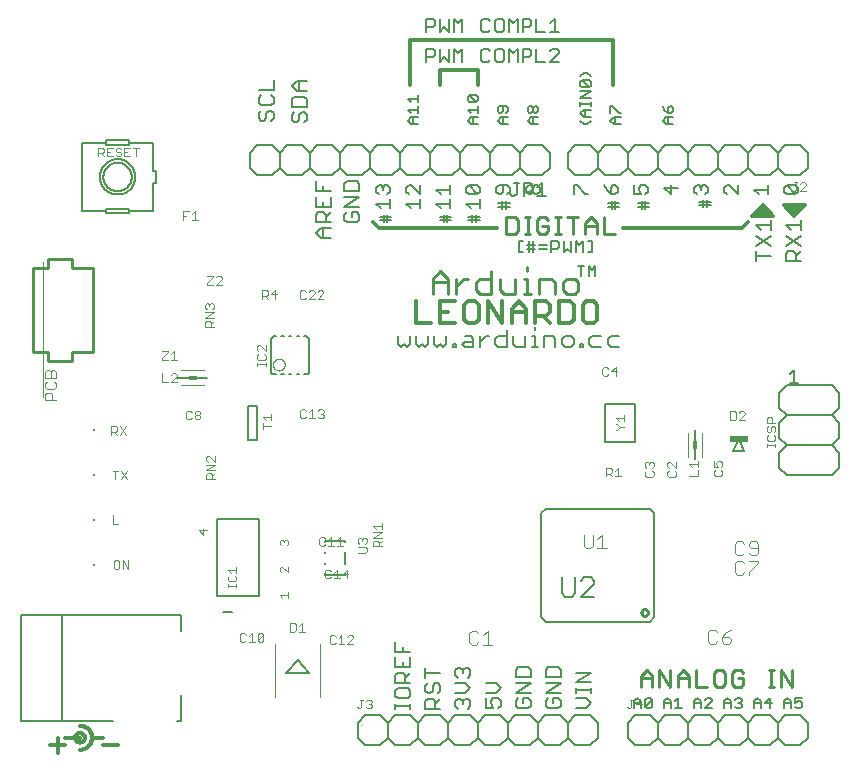
<source format=gbr>
G04 EAGLE Gerber RS-274X export*
G75*
%MOMM*%
%FSLAX34Y34*%
%LPD*%
%INSilkscreen Top*%
%IPPOS*%
%AMOC8*
5,1,8,0,0,1.08239X$1,22.5*%
G01*
%ADD10C,0.304800*%
%ADD11C,0.050800*%
%ADD12C,0.177800*%
%ADD13C,0.127000*%
%ADD14C,0.254000*%
%ADD15C,0.203200*%
%ADD16C,0.152400*%
%ADD17C,0.330200*%
%ADD18C,0.076200*%
%ADD19R,0.200000X0.200000*%
%ADD20C,0.101600*%
%ADD21C,0.070000*%
%ADD22R,0.700000X0.300000*%
%ADD23R,0.300000X0.700000*%
%ADD24R,1.574800X0.609600*%


D10*
X600710Y461010D02*
X618490Y461010D01*
X609600Y469900D01*
X600710Y461010D01*
X627380Y469900D02*
X645160Y469900D01*
X636270Y461010D02*
X627380Y469900D01*
X636270Y461010D02*
X645160Y469900D01*
X609600Y467360D02*
X604520Y462280D01*
X609600Y467360D02*
X614680Y462280D01*
X607060Y462280D01*
X610870Y464820D01*
X631190Y468630D02*
X641350Y468630D01*
X636270Y463550D01*
X632460Y467360D01*
X637540Y467360D01*
X636270Y466090D02*
X636270Y464820D01*
X384810Y450850D02*
X284480Y450850D01*
X279400Y455930D01*
X491490Y450850D02*
X591820Y450850D01*
X596900Y455930D01*
D11*
X269875Y30231D02*
X269874Y30230D01*
D10*
X31750Y19050D02*
X19050Y19050D01*
X31750Y29210D02*
X31996Y29207D01*
X32241Y29198D01*
X32486Y29183D01*
X32731Y29163D01*
X32975Y29136D01*
X33218Y29103D01*
X33461Y29065D01*
X33702Y29021D01*
X33942Y28971D01*
X34181Y28915D01*
X34419Y28853D01*
X34655Y28786D01*
X34890Y28713D01*
X35122Y28634D01*
X35353Y28550D01*
X35581Y28460D01*
X35808Y28365D01*
X36031Y28264D01*
X36253Y28158D01*
X36472Y28046D01*
X36688Y27930D01*
X36901Y27808D01*
X37111Y27681D01*
X37318Y27549D01*
X37522Y27412D01*
X37722Y27270D01*
X37919Y27123D01*
X38112Y26971D01*
X38302Y26815D01*
X38487Y26655D01*
X38669Y26490D01*
X38847Y26320D01*
X39020Y26147D01*
X39190Y25969D01*
X39355Y25787D01*
X39515Y25602D01*
X39671Y25412D01*
X39823Y25219D01*
X39970Y25022D01*
X40112Y24822D01*
X40249Y24618D01*
X40381Y24411D01*
X40508Y24201D01*
X40630Y23988D01*
X40746Y23772D01*
X40858Y23553D01*
X40964Y23331D01*
X41065Y23108D01*
X41160Y22881D01*
X41250Y22653D01*
X41334Y22422D01*
X41413Y22190D01*
X41486Y21955D01*
X41553Y21719D01*
X41615Y21481D01*
X41671Y21242D01*
X41721Y21002D01*
X41765Y20761D01*
X41803Y20518D01*
X41836Y20275D01*
X41863Y20031D01*
X41883Y19786D01*
X41898Y19541D01*
X41907Y19296D01*
X41910Y19050D01*
X41907Y18804D01*
X41898Y18559D01*
X41883Y18314D01*
X41863Y18069D01*
X41836Y17825D01*
X41803Y17582D01*
X41765Y17339D01*
X41721Y17098D01*
X41671Y16858D01*
X41615Y16619D01*
X41553Y16381D01*
X41486Y16145D01*
X41413Y15910D01*
X41334Y15678D01*
X41250Y15447D01*
X41160Y15219D01*
X41065Y14992D01*
X40964Y14769D01*
X40858Y14547D01*
X40746Y14328D01*
X40630Y14112D01*
X40508Y13899D01*
X40381Y13689D01*
X40249Y13482D01*
X40112Y13278D01*
X39970Y13078D01*
X39823Y12881D01*
X39671Y12688D01*
X39515Y12498D01*
X39355Y12313D01*
X39190Y12131D01*
X39020Y11953D01*
X38847Y11780D01*
X38669Y11610D01*
X38487Y11445D01*
X38302Y11285D01*
X38112Y11129D01*
X37919Y10977D01*
X37722Y10830D01*
X37522Y10688D01*
X37318Y10551D01*
X37111Y10419D01*
X36901Y10292D01*
X36688Y10170D01*
X36472Y10054D01*
X36253Y9942D01*
X36031Y9836D01*
X35808Y9735D01*
X35581Y9640D01*
X35353Y9550D01*
X35122Y9466D01*
X34890Y9387D01*
X34655Y9314D01*
X34419Y9247D01*
X34181Y9185D01*
X33942Y9129D01*
X33702Y9079D01*
X33461Y9035D01*
X33218Y8997D01*
X32975Y8964D01*
X32731Y8937D01*
X32486Y8917D01*
X32241Y8902D01*
X31996Y8893D01*
X31750Y8890D01*
X41910Y19050D02*
X50800Y19050D01*
X50800Y12700D02*
X63500Y12700D01*
X19050Y12700D02*
X6350Y12700D01*
X12700Y19050D02*
X12700Y6350D01*
X336550Y571500D02*
X336550Y584200D01*
X368300Y584200D01*
X368300Y571500D01*
X311150Y571500D02*
X311150Y609600D01*
X482600Y609600D01*
X482600Y571500D01*
X27734Y19050D02*
X27736Y19176D01*
X27742Y19302D01*
X27752Y19428D01*
X27766Y19553D01*
X27783Y19678D01*
X27805Y19803D01*
X27831Y19926D01*
X27860Y20049D01*
X27893Y20170D01*
X27931Y20291D01*
X27971Y20410D01*
X28016Y20528D01*
X28064Y20645D01*
X28116Y20760D01*
X28172Y20873D01*
X28231Y20985D01*
X28293Y21094D01*
X28359Y21202D01*
X28428Y21307D01*
X28501Y21411D01*
X28577Y21511D01*
X28656Y21610D01*
X28738Y21706D01*
X28822Y21799D01*
X28910Y21890D01*
X29001Y21978D01*
X29094Y22062D01*
X29190Y22144D01*
X29289Y22223D01*
X29389Y22299D01*
X29493Y22372D01*
X29598Y22441D01*
X29706Y22507D01*
X29815Y22569D01*
X29927Y22628D01*
X30040Y22684D01*
X30155Y22736D01*
X30272Y22784D01*
X30390Y22829D01*
X30509Y22869D01*
X30630Y22907D01*
X30751Y22940D01*
X30874Y22969D01*
X30997Y22995D01*
X31122Y23017D01*
X31247Y23034D01*
X31372Y23048D01*
X31498Y23058D01*
X31624Y23064D01*
X31750Y23066D01*
X31876Y23064D01*
X32002Y23058D01*
X32128Y23048D01*
X32253Y23034D01*
X32378Y23017D01*
X32503Y22995D01*
X32626Y22969D01*
X32749Y22940D01*
X32870Y22907D01*
X32991Y22869D01*
X33110Y22829D01*
X33228Y22784D01*
X33345Y22736D01*
X33460Y22684D01*
X33573Y22628D01*
X33685Y22569D01*
X33794Y22507D01*
X33902Y22441D01*
X34007Y22372D01*
X34111Y22299D01*
X34211Y22223D01*
X34310Y22144D01*
X34406Y22062D01*
X34499Y21978D01*
X34590Y21890D01*
X34678Y21799D01*
X34762Y21706D01*
X34844Y21610D01*
X34923Y21511D01*
X34999Y21411D01*
X35072Y21307D01*
X35141Y21202D01*
X35207Y21094D01*
X35269Y20985D01*
X35328Y20873D01*
X35384Y20760D01*
X35436Y20645D01*
X35484Y20528D01*
X35529Y20410D01*
X35569Y20291D01*
X35607Y20170D01*
X35640Y20049D01*
X35669Y19926D01*
X35695Y19803D01*
X35717Y19678D01*
X35734Y19553D01*
X35748Y19428D01*
X35758Y19302D01*
X35764Y19176D01*
X35766Y19050D01*
X35764Y18924D01*
X35758Y18798D01*
X35748Y18672D01*
X35734Y18547D01*
X35717Y18422D01*
X35695Y18297D01*
X35669Y18174D01*
X35640Y18051D01*
X35607Y17930D01*
X35569Y17809D01*
X35529Y17690D01*
X35484Y17572D01*
X35436Y17455D01*
X35384Y17340D01*
X35328Y17227D01*
X35269Y17115D01*
X35207Y17006D01*
X35141Y16898D01*
X35072Y16793D01*
X34999Y16689D01*
X34923Y16589D01*
X34844Y16490D01*
X34762Y16394D01*
X34678Y16301D01*
X34590Y16210D01*
X34499Y16122D01*
X34406Y16038D01*
X34310Y15956D01*
X34211Y15877D01*
X34111Y15801D01*
X34007Y15728D01*
X33902Y15659D01*
X33794Y15593D01*
X33685Y15531D01*
X33573Y15472D01*
X33460Y15416D01*
X33345Y15364D01*
X33228Y15316D01*
X33110Y15271D01*
X32991Y15231D01*
X32870Y15193D01*
X32749Y15160D01*
X32626Y15131D01*
X32503Y15105D01*
X32378Y15083D01*
X32253Y15066D01*
X32128Y15052D01*
X32002Y15042D01*
X31876Y15036D01*
X31750Y15034D01*
X31624Y15036D01*
X31498Y15042D01*
X31372Y15052D01*
X31247Y15066D01*
X31122Y15083D01*
X30997Y15105D01*
X30874Y15131D01*
X30751Y15160D01*
X30630Y15193D01*
X30509Y15231D01*
X30390Y15271D01*
X30272Y15316D01*
X30155Y15364D01*
X30040Y15416D01*
X29927Y15472D01*
X29815Y15531D01*
X29706Y15593D01*
X29598Y15659D01*
X29493Y15728D01*
X29389Y15801D01*
X29289Y15877D01*
X29190Y15956D01*
X29094Y16038D01*
X29001Y16122D01*
X28910Y16210D01*
X28822Y16301D01*
X28738Y16394D01*
X28656Y16490D01*
X28577Y16589D01*
X28501Y16689D01*
X28428Y16793D01*
X28359Y16898D01*
X28293Y17006D01*
X28231Y17115D01*
X28172Y17227D01*
X28116Y17340D01*
X28064Y17455D01*
X28016Y17572D01*
X27971Y17690D01*
X27931Y17809D01*
X27893Y17930D01*
X27860Y18051D01*
X27831Y18174D01*
X27805Y18297D01*
X27783Y18422D01*
X27766Y18547D01*
X27752Y18672D01*
X27742Y18798D01*
X27736Y18924D01*
X27734Y19050D01*
D12*
X375406Y44153D02*
X375406Y52457D01*
X375406Y44153D02*
X381635Y44153D01*
X379559Y48305D01*
X379559Y50381D01*
X381635Y52457D01*
X385787Y52457D01*
X387863Y50381D01*
X387863Y46229D01*
X385787Y44153D01*
X383711Y57250D02*
X375406Y57250D01*
X383711Y57250D02*
X387863Y61402D01*
X383711Y65555D01*
X375406Y65555D01*
D13*
X500521Y49869D02*
X500521Y43937D01*
X500521Y49869D02*
X503487Y52835D01*
X506453Y49869D01*
X506453Y43937D01*
X506453Y48386D02*
X500521Y48386D01*
X509876Y45420D02*
X509876Y51352D01*
X511359Y52835D01*
X514325Y52835D01*
X515808Y51352D01*
X515808Y45420D01*
X514325Y43937D01*
X511359Y43937D01*
X509876Y45420D01*
X515808Y51352D01*
D14*
X506730Y62230D02*
X506730Y71721D01*
X511475Y76466D01*
X516221Y71721D01*
X516221Y62230D01*
X516221Y69348D02*
X506730Y69348D01*
X522166Y62230D02*
X522166Y76466D01*
X531657Y62230D01*
X531657Y76466D01*
X537602Y71721D02*
X537602Y62230D01*
X537602Y71721D02*
X542348Y76466D01*
X547093Y71721D01*
X547093Y62230D01*
X547093Y69348D02*
X537602Y69348D01*
X553038Y76466D02*
X553038Y62230D01*
X562529Y62230D01*
X570847Y76466D02*
X575592Y76466D01*
X570847Y76466D02*
X568474Y74093D01*
X568474Y64603D01*
X570847Y62230D01*
X575592Y62230D01*
X577965Y64603D01*
X577965Y74093D01*
X575592Y76466D01*
X591028Y76466D02*
X593401Y74093D01*
X591028Y76466D02*
X586283Y76466D01*
X583910Y74093D01*
X583910Y64603D01*
X586283Y62230D01*
X591028Y62230D01*
X593401Y64603D01*
X593401Y69348D01*
X588656Y69348D01*
X614782Y62230D02*
X619528Y62230D01*
X617155Y62230D02*
X617155Y76466D01*
X614782Y76466D02*
X619528Y76466D01*
X625073Y76466D02*
X625073Y62230D01*
X634564Y62230D02*
X625073Y76466D01*
X634564Y76466D02*
X634564Y62230D01*
X392794Y445412D02*
X392794Y459648D01*
X392794Y445412D02*
X399912Y445412D01*
X402285Y447785D01*
X402285Y457275D01*
X399912Y459648D01*
X392794Y459648D01*
X408230Y445412D02*
X412975Y445412D01*
X410603Y445412D02*
X410603Y459648D01*
X412975Y459648D02*
X408230Y459648D01*
X425639Y459648D02*
X428012Y457275D01*
X425639Y459648D02*
X420893Y459648D01*
X418521Y457275D01*
X418521Y447785D01*
X420893Y445412D01*
X425639Y445412D01*
X428012Y447785D01*
X428012Y452530D01*
X423266Y452530D01*
X433957Y445412D02*
X438702Y445412D01*
X436330Y445412D02*
X436330Y459648D01*
X438702Y459648D02*
X433957Y459648D01*
X448993Y459648D02*
X448993Y445412D01*
X444248Y459648D02*
X453738Y459648D01*
X459684Y454903D02*
X459684Y445412D01*
X459684Y454903D02*
X464429Y459648D01*
X469174Y454903D01*
X469174Y445412D01*
X469174Y452530D02*
X459684Y452530D01*
X475120Y459648D02*
X475120Y445412D01*
X484610Y445412D01*
X330200Y407850D02*
X330200Y394970D01*
X330200Y407850D02*
X336640Y414291D01*
X343080Y407850D01*
X343080Y394970D01*
X343080Y404630D02*
X330200Y404630D01*
X350314Y407850D02*
X350314Y394970D01*
X350314Y401410D02*
X356754Y407850D01*
X359974Y407850D01*
X379955Y414291D02*
X379955Y394970D01*
X370295Y394970D01*
X367075Y398190D01*
X367075Y404630D01*
X370295Y407850D01*
X379955Y407850D01*
X387189Y407850D02*
X387189Y398190D01*
X390409Y394970D01*
X400069Y394970D01*
X400069Y407850D01*
X407302Y407850D02*
X410522Y407850D01*
X410522Y394970D01*
X407302Y394970D02*
X413743Y394970D01*
X410522Y414291D02*
X410522Y417511D01*
X420711Y407850D02*
X420711Y394970D01*
X420711Y407850D02*
X430372Y407850D01*
X433592Y404630D01*
X433592Y394970D01*
X444045Y394970D02*
X450485Y394970D01*
X453705Y398190D01*
X453705Y404630D01*
X450485Y407850D01*
X444045Y407850D01*
X440825Y404630D01*
X440825Y398190D01*
X444045Y394970D01*
D15*
X300954Y359446D02*
X300954Y352073D01*
X303411Y349616D01*
X305869Y352073D01*
X308326Y349616D01*
X310784Y352073D01*
X310784Y359446D01*
X316390Y359446D02*
X316390Y352073D01*
X318847Y349616D01*
X321305Y352073D01*
X323762Y349616D01*
X326220Y352073D01*
X326220Y359446D01*
X331826Y359446D02*
X331826Y352073D01*
X334284Y349616D01*
X336741Y352073D01*
X339198Y349616D01*
X341656Y352073D01*
X341656Y359446D01*
X347262Y352073D02*
X347262Y349616D01*
X347262Y352073D02*
X349720Y352073D01*
X349720Y349616D01*
X347262Y349616D01*
X357438Y359446D02*
X362353Y359446D01*
X364810Y356988D01*
X364810Y349616D01*
X357438Y349616D01*
X354980Y352073D01*
X357438Y354531D01*
X364810Y354531D01*
X370416Y349616D02*
X370416Y359446D01*
X370416Y354531D02*
X375331Y359446D01*
X377789Y359446D01*
X393109Y364361D02*
X393109Y349616D01*
X385737Y349616D01*
X383280Y352073D01*
X383280Y356988D01*
X385737Y359446D01*
X393109Y359446D01*
X398716Y359446D02*
X398716Y352073D01*
X401173Y349616D01*
X408545Y349616D01*
X408545Y359446D01*
X414152Y359446D02*
X416609Y359446D01*
X416609Y349616D01*
X414152Y349616D02*
X419067Y349616D01*
X416609Y364361D02*
X416609Y366818D01*
X424442Y359446D02*
X424442Y349616D01*
X424442Y359446D02*
X431815Y359446D01*
X434272Y356988D01*
X434272Y349616D01*
X442336Y349616D02*
X447251Y349616D01*
X449708Y352073D01*
X449708Y356988D01*
X447251Y359446D01*
X442336Y359446D01*
X439879Y356988D01*
X439879Y352073D01*
X442336Y349616D01*
X455315Y349616D02*
X455315Y352073D01*
X457772Y352073D01*
X457772Y349616D01*
X455315Y349616D01*
X465490Y359446D02*
X472862Y359446D01*
X465490Y359446D02*
X463033Y356988D01*
X463033Y352073D01*
X465490Y349616D01*
X472862Y349616D01*
X480926Y359446D02*
X488298Y359446D01*
X480926Y359446D02*
X478469Y356988D01*
X478469Y352073D01*
X480926Y349616D01*
X488298Y349616D01*
D16*
X244050Y442590D02*
X235576Y442590D01*
X231339Y446827D01*
X235576Y451064D01*
X244050Y451064D01*
X237695Y451064D02*
X237695Y442590D01*
X244050Y455687D02*
X231339Y455687D01*
X231339Y462043D01*
X233458Y464161D01*
X237695Y464161D01*
X239813Y462043D01*
X239813Y455687D01*
X239813Y459924D02*
X244050Y464161D01*
X231339Y468785D02*
X231339Y477258D01*
X231339Y468785D02*
X244050Y468785D01*
X244050Y477258D01*
X237695Y473021D02*
X237695Y468785D01*
X244050Y481882D02*
X231339Y481882D01*
X231339Y490356D01*
X237695Y486119D02*
X237695Y481882D01*
D15*
X632530Y326628D02*
X636089Y330187D01*
X636089Y319510D01*
X632530Y319510D02*
X639648Y319510D01*
D16*
X257696Y464018D02*
X255577Y461899D01*
X255577Y457662D01*
X257696Y455544D01*
X266170Y455544D01*
X268288Y457662D01*
X268288Y461899D01*
X266170Y464018D01*
X261933Y464018D01*
X261933Y459781D01*
X268288Y468641D02*
X255577Y468641D01*
X268288Y477115D01*
X255577Y477115D01*
X255577Y481739D02*
X268288Y481739D01*
X268288Y488094D01*
X266170Y490212D01*
X257696Y490212D01*
X255577Y488094D01*
X255577Y481739D01*
X603703Y426761D02*
X616414Y426761D01*
X603703Y422524D02*
X603703Y430998D01*
X603703Y435621D02*
X616414Y444095D01*
X616414Y435621D02*
X603703Y444095D01*
X607940Y448719D02*
X603703Y452955D01*
X616414Y452955D01*
X616414Y448719D02*
X616414Y457192D01*
X629147Y422402D02*
X641858Y422402D01*
X629147Y422402D02*
X629147Y428757D01*
X631266Y430876D01*
X635503Y430876D01*
X637621Y428757D01*
X637621Y422402D01*
X637621Y426639D02*
X641858Y430876D01*
X641858Y443973D02*
X629147Y435499D01*
X629147Y443973D02*
X641858Y435499D01*
X633384Y448597D02*
X629147Y452833D01*
X641858Y452833D01*
X641858Y448597D02*
X641858Y457070D01*
X406572Y430022D02*
X403352Y430022D01*
X403352Y439682D01*
X406572Y439682D01*
X411823Y439682D02*
X411823Y430022D01*
X415043Y430022D02*
X415043Y439682D01*
X415043Y436462D02*
X410212Y436462D01*
X415043Y436462D02*
X416653Y436462D01*
X416653Y433242D02*
X410212Y433242D01*
X420503Y433242D02*
X426943Y433242D01*
X426943Y436462D02*
X420503Y436462D01*
X430794Y439682D02*
X430794Y430022D01*
X430794Y439682D02*
X435624Y439682D01*
X437234Y438072D01*
X437234Y434852D01*
X435624Y433242D01*
X430794Y433242D01*
X441085Y430022D02*
X441085Y439682D01*
X444305Y433242D02*
X441085Y430022D01*
X444305Y433242D02*
X447525Y430022D01*
X447525Y439682D01*
X451375Y439682D02*
X451375Y430022D01*
X454595Y436462D02*
X451375Y439682D01*
X454595Y436462D02*
X457815Y439682D01*
X457815Y430022D01*
X461666Y430022D02*
X464886Y430022D01*
X464886Y439682D01*
X461666Y439682D01*
D17*
X316611Y388509D02*
X316611Y369951D01*
X328983Y369951D01*
X336725Y388509D02*
X349097Y388509D01*
X336725Y388509D02*
X336725Y369951D01*
X349097Y369951D01*
X342911Y379230D02*
X336725Y379230D01*
X359931Y388509D02*
X366117Y388509D01*
X359931Y388509D02*
X356838Y385416D01*
X356838Y373044D01*
X359931Y369951D01*
X366117Y369951D01*
X369210Y373044D01*
X369210Y385416D01*
X366117Y388509D01*
X376952Y388509D02*
X376952Y369951D01*
X389324Y369951D02*
X376952Y388509D01*
X389324Y388509D02*
X389324Y369951D01*
X397066Y369951D02*
X397066Y382323D01*
X403252Y388509D01*
X409438Y382323D01*
X409438Y369951D01*
X409438Y379230D02*
X397066Y379230D01*
X417179Y369951D02*
X417179Y388509D01*
X426458Y388509D01*
X429551Y385416D01*
X429551Y379230D01*
X426458Y376137D01*
X417179Y376137D01*
X423365Y376137D02*
X429551Y369951D01*
X437293Y369951D02*
X437293Y388509D01*
X437293Y369951D02*
X446572Y369951D01*
X449665Y373044D01*
X449665Y385416D01*
X446572Y388509D01*
X437293Y388509D01*
X460500Y388509D02*
X466686Y388509D01*
X460500Y388509D02*
X457407Y385416D01*
X457407Y373044D01*
X460500Y369951D01*
X466686Y369951D01*
X469779Y373044D01*
X469779Y385416D01*
X466686Y388509D01*
D16*
X336760Y43810D02*
X324049Y43810D01*
X324049Y50165D01*
X326168Y52284D01*
X330405Y52284D01*
X332523Y50165D01*
X332523Y43810D01*
X332523Y48047D02*
X336760Y52284D01*
X324049Y63263D02*
X326168Y65381D01*
X324049Y63263D02*
X324049Y59026D01*
X326168Y56907D01*
X328286Y56907D01*
X330405Y59026D01*
X330405Y63263D01*
X332523Y65381D01*
X334642Y65381D01*
X336760Y63263D01*
X336760Y59026D01*
X334642Y56907D01*
X336760Y74241D02*
X324049Y74241D01*
X324049Y70005D02*
X324049Y78478D01*
X349449Y45928D02*
X351568Y43810D01*
X349449Y45928D02*
X349449Y50165D01*
X351568Y52284D01*
X353686Y52284D01*
X355805Y50165D01*
X355805Y48047D01*
X355805Y50165D02*
X357923Y52284D01*
X360042Y52284D01*
X362160Y50165D01*
X362160Y45928D01*
X360042Y43810D01*
X357923Y56907D02*
X349449Y56907D01*
X357923Y56907D02*
X362160Y61144D01*
X357923Y65381D01*
X349449Y65381D01*
X351568Y70005D02*
X349449Y72123D01*
X349449Y76360D01*
X351568Y78478D01*
X353686Y78478D01*
X355805Y76360D01*
X355805Y74241D01*
X355805Y76360D02*
X357923Y78478D01*
X360042Y78478D01*
X362160Y76360D01*
X362160Y72123D01*
X360042Y70005D01*
D15*
X455848Y409956D02*
X455848Y418091D01*
X458559Y418091D02*
X453136Y418091D01*
X462491Y418091D02*
X462491Y409956D01*
X465203Y415379D02*
X462491Y418091D01*
X465203Y415379D02*
X467914Y418091D01*
X467914Y409956D01*
D13*
X525921Y49869D02*
X525921Y43937D01*
X525921Y49869D02*
X528887Y52835D01*
X531853Y49869D01*
X531853Y43937D01*
X531853Y48386D02*
X525921Y48386D01*
X535276Y49869D02*
X538242Y52835D01*
X538242Y43937D01*
X535276Y43937D02*
X541208Y43937D01*
X551321Y43937D02*
X551321Y49869D01*
X554287Y52835D01*
X557253Y49869D01*
X557253Y43937D01*
X557253Y48386D02*
X551321Y48386D01*
X560676Y43937D02*
X566608Y43937D01*
X560676Y43937D02*
X566608Y49869D01*
X566608Y51352D01*
X565125Y52835D01*
X562159Y52835D01*
X560676Y51352D01*
X576721Y49869D02*
X576721Y43937D01*
X576721Y49869D02*
X579687Y52835D01*
X582653Y49869D01*
X582653Y43937D01*
X582653Y48386D02*
X576721Y48386D01*
X586076Y51352D02*
X587559Y52835D01*
X590525Y52835D01*
X592008Y51352D01*
X592008Y49869D01*
X590525Y48386D01*
X589042Y48386D01*
X590525Y48386D02*
X592008Y46903D01*
X592008Y45420D01*
X590525Y43937D01*
X587559Y43937D01*
X586076Y45420D01*
X602121Y43937D02*
X602121Y49869D01*
X605087Y52835D01*
X608053Y49869D01*
X608053Y43937D01*
X608053Y48386D02*
X602121Y48386D01*
X615925Y43937D02*
X615925Y52835D01*
X611476Y48386D01*
X617408Y48386D01*
X627521Y49869D02*
X627521Y43937D01*
X627521Y49869D02*
X630487Y52835D01*
X633453Y49869D01*
X633453Y43937D01*
X633453Y48386D02*
X627521Y48386D01*
X636876Y52835D02*
X642808Y52835D01*
X636876Y52835D02*
X636876Y48386D01*
X639842Y49869D01*
X641325Y49869D01*
X642808Y48386D01*
X642808Y45420D01*
X641325Y43937D01*
X638359Y43937D01*
X636876Y45420D01*
D12*
X459911Y44153D02*
X451606Y44153D01*
X459911Y44153D02*
X464063Y48305D01*
X459911Y52457D01*
X451606Y52457D01*
X464063Y57250D02*
X464063Y61402D01*
X464063Y59326D02*
X451606Y59326D01*
X451606Y57250D02*
X451606Y61402D01*
X451606Y65982D02*
X464063Y65982D01*
X464063Y74286D02*
X451606Y65982D01*
X451606Y74286D02*
X464063Y74286D01*
X402882Y52457D02*
X400806Y50381D01*
X400806Y46229D01*
X402882Y44153D01*
X411187Y44153D01*
X413263Y46229D01*
X413263Y50381D01*
X411187Y52457D01*
X407035Y52457D01*
X407035Y48305D01*
X413263Y57250D02*
X400806Y57250D01*
X413263Y65555D01*
X400806Y65555D01*
X400806Y70348D02*
X413263Y70348D01*
X413263Y76576D01*
X411187Y78652D01*
X402882Y78652D01*
X400806Y76576D01*
X400806Y70348D01*
D16*
X286421Y467594D02*
X282692Y471323D01*
X293878Y471323D01*
X293878Y475051D02*
X293878Y467594D01*
X284557Y479288D02*
X282692Y481152D01*
X282692Y484881D01*
X284557Y486745D01*
X286421Y486745D01*
X288285Y484881D01*
X288285Y483017D01*
X288285Y484881D02*
X290150Y486745D01*
X292014Y486745D01*
X293878Y484881D01*
X293878Y481152D01*
X292014Y479288D01*
X308092Y471323D02*
X311821Y467594D01*
X308092Y471323D02*
X319278Y471323D01*
X319278Y475051D02*
X319278Y467594D01*
X319278Y479288D02*
X319278Y486745D01*
X319278Y479288D02*
X311821Y486745D01*
X309957Y486745D01*
X308092Y484881D01*
X308092Y481152D01*
X309957Y479288D01*
X333492Y471323D02*
X337221Y467594D01*
X333492Y471323D02*
X344678Y471323D01*
X344678Y475051D02*
X344678Y467594D01*
X337221Y479288D02*
X333492Y483017D01*
X344678Y483017D01*
X344678Y486745D02*
X344678Y479288D01*
X358892Y471323D02*
X362621Y467594D01*
X358892Y471323D02*
X370078Y471323D01*
X370078Y475051D02*
X370078Y467594D01*
X368214Y479288D02*
X360757Y479288D01*
X358892Y481152D01*
X358892Y484881D01*
X360757Y486745D01*
X368214Y486745D01*
X370078Y484881D01*
X370078Y481152D01*
X368214Y479288D01*
X360757Y486745D01*
X393614Y479288D02*
X395478Y481152D01*
X395478Y484881D01*
X393614Y486745D01*
X386157Y486745D01*
X384292Y484881D01*
X384292Y481152D01*
X386157Y479288D01*
X388021Y479288D01*
X389885Y481152D01*
X389885Y486745D01*
X409692Y481152D02*
X411557Y479288D01*
X409692Y481152D02*
X409692Y484881D01*
X411557Y486745D01*
X413421Y486745D01*
X415285Y484881D01*
X417150Y486745D01*
X419014Y486745D01*
X420878Y484881D01*
X420878Y481152D01*
X419014Y479288D01*
X417150Y479288D01*
X415285Y481152D01*
X413421Y479288D01*
X411557Y479288D01*
X415285Y481152D02*
X415285Y484881D01*
X450332Y486745D02*
X450332Y479288D01*
X450332Y486745D02*
X452197Y486745D01*
X459654Y479288D01*
X461518Y479288D01*
X475732Y486745D02*
X477597Y483017D01*
X481325Y479288D01*
X485054Y479288D01*
X486918Y481152D01*
X486918Y484881D01*
X485054Y486745D01*
X483190Y486745D01*
X481325Y484881D01*
X481325Y479288D01*
X501132Y479288D02*
X501132Y486745D01*
X501132Y479288D02*
X506725Y479288D01*
X504861Y483017D01*
X504861Y484881D01*
X506725Y486745D01*
X510454Y486745D01*
X512318Y484881D01*
X512318Y481152D01*
X510454Y479288D01*
X526532Y484881D02*
X537718Y484881D01*
X532125Y479288D02*
X526532Y484881D01*
X532125Y486745D02*
X532125Y479288D01*
X551932Y481152D02*
X553797Y479288D01*
X551932Y481152D02*
X551932Y484881D01*
X553797Y486745D01*
X555661Y486745D01*
X557525Y484881D01*
X557525Y483017D01*
X557525Y484881D02*
X559390Y486745D01*
X561254Y486745D01*
X563118Y484881D01*
X563118Y481152D01*
X561254Y479288D01*
X588518Y479288D02*
X588518Y486745D01*
X588518Y479288D02*
X581061Y486745D01*
X579197Y486745D01*
X577332Y484881D01*
X577332Y481152D01*
X579197Y479288D01*
X602732Y483017D02*
X606461Y479288D01*
X602732Y483017D02*
X613918Y483017D01*
X613918Y486745D02*
X613918Y479288D01*
X629997Y479288D02*
X637454Y479288D01*
X629997Y479288D02*
X628132Y481152D01*
X628132Y484881D01*
X629997Y486745D01*
X637454Y486745D01*
X639318Y484881D01*
X639318Y481152D01*
X637454Y479288D01*
X629997Y486745D01*
X345948Y457032D02*
X336288Y457032D01*
X336288Y460252D02*
X345948Y460252D01*
X339508Y460252D02*
X339508Y455422D01*
X339508Y460252D02*
X339508Y461862D01*
X342728Y461862D02*
X342728Y455422D01*
X360418Y457032D02*
X370078Y457032D01*
X370078Y460252D02*
X360418Y460252D01*
X363638Y460252D02*
X363638Y455422D01*
X363638Y460252D02*
X363638Y461862D01*
X366858Y461862D02*
X366858Y455422D01*
X385818Y468462D02*
X395478Y468462D01*
X395478Y471682D02*
X385818Y471682D01*
X389038Y471682D02*
X389038Y466852D01*
X389038Y471682D02*
X389038Y473292D01*
X392258Y473292D02*
X392258Y466852D01*
X478528Y468462D02*
X488188Y468462D01*
X488188Y471682D02*
X478528Y471682D01*
X481748Y471682D02*
X481748Y466852D01*
X481748Y471682D02*
X481748Y473292D01*
X484968Y473292D02*
X484968Y466852D01*
X503928Y468462D02*
X513588Y468462D01*
X513588Y471682D02*
X503928Y471682D01*
X507148Y471682D02*
X507148Y466852D01*
X507148Y471682D02*
X507148Y473292D01*
X510368Y473292D02*
X510368Y466852D01*
X555998Y469732D02*
X565658Y469732D01*
X565658Y472952D02*
X555998Y472952D01*
X559218Y472952D02*
X559218Y468122D01*
X559218Y472952D02*
X559218Y474562D01*
X562438Y474562D02*
X562438Y468122D01*
X160619Y125735D02*
X153162Y125735D01*
X285488Y457032D02*
X295148Y457032D01*
X295148Y460252D02*
X285488Y460252D01*
X288708Y460252D02*
X288708Y455422D01*
X288708Y460252D02*
X288708Y461862D01*
X291928Y461862D02*
X291928Y455422D01*
X311360Y48047D02*
X311360Y43810D01*
X311360Y45928D02*
X298649Y45928D01*
X298649Y43810D02*
X298649Y48047D01*
X298649Y54660D02*
X298649Y58897D01*
X298649Y54660D02*
X300768Y52542D01*
X309242Y52542D01*
X311360Y54660D01*
X311360Y58897D01*
X309242Y61015D01*
X300768Y61015D01*
X298649Y58897D01*
X298649Y65639D02*
X311360Y65639D01*
X298649Y65639D02*
X298649Y71994D01*
X300768Y74113D01*
X305005Y74113D01*
X307123Y71994D01*
X307123Y65639D01*
X307123Y69876D02*
X311360Y74113D01*
X298649Y78736D02*
X298649Y87210D01*
X298649Y78736D02*
X311360Y78736D01*
X311360Y87210D01*
X305005Y82973D02*
X305005Y78736D01*
X311360Y91833D02*
X298649Y91833D01*
X298649Y100307D01*
X305005Y96070D02*
X305005Y91833D01*
D12*
X426206Y50381D02*
X428282Y52457D01*
X426206Y50381D02*
X426206Y46229D01*
X428282Y44153D01*
X436587Y44153D01*
X438663Y46229D01*
X438663Y50381D01*
X436587Y52457D01*
X432435Y52457D01*
X432435Y48305D01*
X438663Y57250D02*
X426206Y57250D01*
X438663Y65555D01*
X426206Y65555D01*
X426206Y70348D02*
X438663Y70348D01*
X438663Y76576D01*
X436587Y78652D01*
X428282Y78652D01*
X426206Y76576D01*
X426206Y70348D01*
D16*
X211019Y546735D02*
X213138Y548854D01*
X211019Y546735D02*
X211019Y542498D01*
X213138Y540380D01*
X215256Y540380D01*
X217375Y542498D01*
X217375Y546735D01*
X219493Y548854D01*
X221612Y548854D01*
X223730Y546735D01*
X223730Y542498D01*
X221612Y540380D01*
X223730Y553477D02*
X211019Y553477D01*
X223730Y553477D02*
X223730Y559833D01*
X221612Y561951D01*
X213138Y561951D01*
X211019Y559833D01*
X211019Y553477D01*
X215256Y566575D02*
X223730Y566575D01*
X215256Y566575D02*
X211019Y570811D01*
X215256Y575048D01*
X223730Y575048D01*
X217375Y575048D02*
X217375Y566575D01*
X185198Y550124D02*
X183079Y548005D01*
X183079Y543768D01*
X185198Y541650D01*
X187316Y541650D01*
X189435Y543768D01*
X189435Y548005D01*
X191553Y550124D01*
X193672Y550124D01*
X195790Y548005D01*
X195790Y543768D01*
X193672Y541650D01*
X183079Y561103D02*
X185198Y563221D01*
X183079Y561103D02*
X183079Y556866D01*
X185198Y554747D01*
X193672Y554747D01*
X195790Y556866D01*
X195790Y561103D01*
X193672Y563221D01*
X195790Y567845D02*
X183079Y567845D01*
X195790Y567845D02*
X195790Y576318D01*
D13*
X527981Y538621D02*
X533913Y538621D01*
X527981Y538621D02*
X525015Y541587D01*
X527981Y544553D01*
X533913Y544553D01*
X529464Y544553D02*
X529464Y538621D01*
X526498Y550942D02*
X525015Y553908D01*
X526498Y550942D02*
X529464Y547976D01*
X532430Y547976D01*
X533913Y549459D01*
X533913Y552425D01*
X532430Y553908D01*
X530947Y553908D01*
X529464Y552425D01*
X529464Y547976D01*
X318013Y538621D02*
X312081Y538621D01*
X309115Y541587D01*
X312081Y544553D01*
X318013Y544553D01*
X313564Y544553D02*
X313564Y538621D01*
X312081Y547976D02*
X309115Y550942D01*
X318013Y550942D01*
X318013Y547976D02*
X318013Y553908D01*
X312081Y557331D02*
X309115Y560297D01*
X318013Y560297D01*
X318013Y557331D02*
X318013Y563263D01*
X483531Y538621D02*
X489463Y538621D01*
X483531Y538621D02*
X480565Y541587D01*
X483531Y544553D01*
X489463Y544553D01*
X485014Y544553D02*
X485014Y538621D01*
X480565Y547976D02*
X480565Y553908D01*
X482048Y553908D01*
X487980Y547976D01*
X489463Y547976D01*
X419613Y538621D02*
X413681Y538621D01*
X410715Y541587D01*
X413681Y544553D01*
X419613Y544553D01*
X415164Y544553D02*
X415164Y538621D01*
X412198Y547976D02*
X410715Y549459D01*
X410715Y552425D01*
X412198Y553908D01*
X413681Y553908D01*
X415164Y552425D01*
X416647Y553908D01*
X418130Y553908D01*
X419613Y552425D01*
X419613Y549459D01*
X418130Y547976D01*
X416647Y547976D01*
X415164Y549459D01*
X413681Y547976D01*
X412198Y547976D01*
X415164Y549459D02*
X415164Y552425D01*
X394213Y538621D02*
X388281Y538621D01*
X385315Y541587D01*
X388281Y544553D01*
X394213Y544553D01*
X389764Y544553D02*
X389764Y538621D01*
X392730Y547976D02*
X394213Y549459D01*
X394213Y552425D01*
X392730Y553908D01*
X386798Y553908D01*
X385315Y552425D01*
X385315Y549459D01*
X386798Y547976D01*
X388281Y547976D01*
X389764Y549459D01*
X389764Y553908D01*
X368813Y538621D02*
X362881Y538621D01*
X359915Y541587D01*
X362881Y544553D01*
X368813Y544553D01*
X364364Y544553D02*
X364364Y538621D01*
X362881Y547976D02*
X359915Y550942D01*
X368813Y550942D01*
X368813Y547976D02*
X368813Y553908D01*
X367330Y557331D02*
X361398Y557331D01*
X359915Y558814D01*
X359915Y561780D01*
X361398Y563263D01*
X367330Y563263D01*
X368813Y561780D01*
X368813Y558814D01*
X367330Y557331D01*
X361398Y563263D01*
D16*
X324612Y616712D02*
X324612Y627898D01*
X330205Y627898D01*
X332069Y626033D01*
X332069Y622305D01*
X330205Y620441D01*
X324612Y620441D01*
X336306Y616712D02*
X336306Y627898D01*
X340034Y620441D02*
X336306Y616712D01*
X340034Y620441D02*
X343763Y616712D01*
X343763Y627898D01*
X348000Y627898D02*
X348000Y616712D01*
X351728Y624169D02*
X348000Y627898D01*
X351728Y624169D02*
X355457Y627898D01*
X355457Y616712D01*
X376981Y627898D02*
X378845Y626033D01*
X376981Y627898D02*
X373252Y627898D01*
X371388Y626033D01*
X371388Y618576D01*
X373252Y616712D01*
X376981Y616712D01*
X378845Y618576D01*
X384946Y627898D02*
X388675Y627898D01*
X384946Y627898D02*
X383082Y626033D01*
X383082Y618576D01*
X384946Y616712D01*
X388675Y616712D01*
X390539Y618576D01*
X390539Y626033D01*
X388675Y627898D01*
X394776Y627898D02*
X394776Y616712D01*
X398504Y624169D02*
X394776Y627898D01*
X398504Y624169D02*
X402233Y627898D01*
X402233Y616712D01*
X406470Y616712D02*
X406470Y627898D01*
X412063Y627898D01*
X413927Y626033D01*
X413927Y622305D01*
X412063Y620441D01*
X406470Y620441D01*
X418164Y616712D02*
X418164Y627898D01*
X418164Y616712D02*
X425621Y616712D01*
X429858Y624169D02*
X433586Y627898D01*
X433586Y616712D01*
X429858Y616712D02*
X437315Y616712D01*
X324612Y602498D02*
X324612Y591312D01*
X324612Y602498D02*
X330205Y602498D01*
X332069Y600633D01*
X332069Y596905D01*
X330205Y595041D01*
X324612Y595041D01*
X336306Y591312D02*
X336306Y602498D01*
X340034Y595041D02*
X336306Y591312D01*
X340034Y595041D02*
X343763Y591312D01*
X343763Y602498D01*
X348000Y602498D02*
X348000Y591312D01*
X351728Y598769D02*
X348000Y602498D01*
X351728Y598769D02*
X355457Y602498D01*
X355457Y591312D01*
X376981Y602498D02*
X378845Y600633D01*
X376981Y602498D02*
X373252Y602498D01*
X371388Y600633D01*
X371388Y593176D01*
X373252Y591312D01*
X376981Y591312D01*
X378845Y593176D01*
X384946Y602498D02*
X388675Y602498D01*
X384946Y602498D02*
X383082Y600633D01*
X383082Y593176D01*
X384946Y591312D01*
X388675Y591312D01*
X390539Y593176D01*
X390539Y600633D01*
X388675Y602498D01*
X394776Y602498D02*
X394776Y591312D01*
X398504Y598769D02*
X394776Y602498D01*
X398504Y598769D02*
X402233Y602498D01*
X402233Y591312D01*
X406470Y591312D02*
X406470Y602498D01*
X412063Y602498D01*
X413927Y600633D01*
X413927Y596905D01*
X412063Y595041D01*
X406470Y595041D01*
X418164Y591312D02*
X418164Y602498D01*
X418164Y591312D02*
X425621Y591312D01*
X429858Y591312D02*
X437315Y591312D01*
X429858Y591312D02*
X437315Y598769D01*
X437315Y600633D01*
X435450Y602498D01*
X431722Y602498D01*
X429858Y600633D01*
D13*
X464063Y541587D02*
X461097Y538621D01*
X458131Y538621D01*
X455165Y541587D01*
X458131Y544858D02*
X464063Y544858D01*
X458131Y544858D02*
X455165Y547824D01*
X458131Y550790D01*
X464063Y550790D01*
X459614Y550790D02*
X459614Y544858D01*
X464063Y554213D02*
X464063Y557179D01*
X464063Y555696D02*
X455165Y555696D01*
X455165Y554213D02*
X455165Y557179D01*
X455165Y560450D02*
X464063Y560450D01*
X464063Y566381D02*
X455165Y560450D01*
X455165Y566381D02*
X464063Y566381D01*
X462580Y569805D02*
X456648Y569805D01*
X455165Y571288D01*
X455165Y574254D01*
X456648Y575737D01*
X462580Y575737D01*
X464063Y574254D01*
X464063Y571288D01*
X462580Y569805D01*
X456648Y575737D01*
X461097Y582126D02*
X464063Y579160D01*
X461097Y582126D02*
X458131Y582126D01*
X455165Y579160D01*
D16*
X629920Y317500D02*
X623570Y311150D01*
X623570Y298450D02*
X629920Y292100D01*
X623570Y285750D01*
X623570Y273050D02*
X629920Y266700D01*
X629920Y317500D02*
X668020Y317500D01*
X674370Y311150D01*
X674370Y298450D01*
X668020Y292100D01*
X674370Y285750D01*
X674370Y273050D01*
X668020Y266700D01*
X668020Y292100D02*
X629920Y292100D01*
X629920Y266700D02*
X668020Y266700D01*
X623570Y273050D02*
X623570Y285750D01*
X623570Y298450D02*
X623570Y311150D01*
X629920Y266700D02*
X623570Y260350D01*
X623570Y247650D02*
X629920Y241300D01*
X668020Y266700D02*
X674370Y260350D01*
X674370Y247650D01*
X668020Y241300D01*
X629920Y241300D01*
X623570Y247650D02*
X623570Y260350D01*
D18*
X620467Y265439D02*
X620467Y267897D01*
X620467Y266668D02*
X613095Y266668D01*
X613095Y265439D02*
X613095Y267897D01*
X613095Y274115D02*
X614323Y275343D01*
X613095Y274115D02*
X613095Y271657D01*
X614323Y270429D01*
X619238Y270429D01*
X620467Y271657D01*
X620467Y274115D01*
X619238Y275343D01*
X613095Y281599D02*
X614323Y282828D01*
X613095Y281599D02*
X613095Y279141D01*
X614323Y277913D01*
X615552Y277913D01*
X616781Y279141D01*
X616781Y281599D01*
X618010Y282828D01*
X619238Y282828D01*
X620467Y281599D01*
X620467Y279141D01*
X619238Y277913D01*
X620467Y285397D02*
X613095Y285397D01*
X613095Y289083D01*
X614323Y290312D01*
X616781Y290312D01*
X618010Y289083D01*
X618010Y285397D01*
D16*
X488950Y495300D02*
X476250Y495300D01*
X469900Y501650D01*
X469900Y514350D01*
X476250Y520700D01*
X514350Y495300D02*
X520700Y501650D01*
X514350Y495300D02*
X501650Y495300D01*
X495300Y501650D01*
X495300Y514350D01*
X501650Y520700D01*
X514350Y520700D01*
X520700Y514350D01*
X495300Y501650D02*
X488950Y495300D01*
X495300Y514350D02*
X488950Y520700D01*
X476250Y520700D01*
X552450Y495300D02*
X565150Y495300D01*
X552450Y495300D02*
X546100Y501650D01*
X546100Y514350D01*
X552450Y520700D01*
X546100Y501650D02*
X539750Y495300D01*
X527050Y495300D01*
X520700Y501650D01*
X520700Y514350D01*
X527050Y520700D01*
X539750Y520700D01*
X546100Y514350D01*
X590550Y495300D02*
X596900Y501650D01*
X590550Y495300D02*
X577850Y495300D01*
X571500Y501650D01*
X571500Y514350D01*
X577850Y520700D01*
X590550Y520700D01*
X596900Y514350D01*
X571500Y501650D02*
X565150Y495300D01*
X571500Y514350D02*
X565150Y520700D01*
X552450Y520700D01*
X628650Y495300D02*
X641350Y495300D01*
X628650Y495300D02*
X622300Y501650D01*
X622300Y514350D01*
X628650Y520700D01*
X622300Y501650D02*
X615950Y495300D01*
X603250Y495300D01*
X596900Y501650D01*
X596900Y514350D01*
X603250Y520700D01*
X615950Y520700D01*
X622300Y514350D01*
X647700Y514350D02*
X647700Y501650D01*
X641350Y495300D01*
X647700Y514350D02*
X641350Y520700D01*
X628650Y520700D01*
X463550Y495300D02*
X450850Y495300D01*
X444500Y501650D01*
X444500Y514350D01*
X450850Y520700D01*
X469900Y501650D02*
X463550Y495300D01*
X469900Y514350D02*
X463550Y520700D01*
X450850Y520700D01*
D18*
X633875Y483194D02*
X635103Y481965D01*
X636332Y481965D01*
X637561Y483194D01*
X637561Y489337D01*
X636332Y489337D02*
X638790Y489337D01*
X641359Y481965D02*
X646274Y481965D01*
X641359Y481965D02*
X646274Y486880D01*
X646274Y488109D01*
X645045Y489337D01*
X642588Y489337D01*
X641359Y488109D01*
D16*
X590550Y38100D02*
X577850Y38100D01*
X590550Y38100D02*
X596900Y31750D01*
X596900Y19050D01*
X590550Y12700D01*
X596900Y31750D02*
X603250Y38100D01*
X615950Y38100D01*
X622300Y31750D01*
X622300Y19050D01*
X615950Y12700D01*
X603250Y12700D01*
X596900Y19050D01*
X552450Y38100D02*
X546100Y31750D01*
X552450Y38100D02*
X565150Y38100D01*
X571500Y31750D01*
X571500Y19050D01*
X565150Y12700D01*
X552450Y12700D01*
X546100Y19050D01*
X571500Y31750D02*
X577850Y38100D01*
X571500Y19050D02*
X577850Y12700D01*
X590550Y12700D01*
X514350Y38100D02*
X501650Y38100D01*
X514350Y38100D02*
X520700Y31750D01*
X520700Y19050D01*
X514350Y12700D01*
X520700Y31750D02*
X527050Y38100D01*
X539750Y38100D01*
X546100Y31750D01*
X546100Y19050D01*
X539750Y12700D01*
X527050Y12700D01*
X520700Y19050D01*
X495300Y19050D02*
X495300Y31750D01*
X501650Y38100D01*
X495300Y19050D02*
X501650Y12700D01*
X514350Y12700D01*
X628650Y38100D02*
X641350Y38100D01*
X647700Y31750D01*
X647700Y19050D01*
X641350Y12700D01*
X622300Y31750D02*
X628650Y38100D01*
X622300Y19050D02*
X628650Y12700D01*
X641350Y12700D01*
D18*
X496148Y44069D02*
X494919Y45298D01*
X496148Y44069D02*
X497376Y44069D01*
X498605Y45298D01*
X498605Y51441D01*
X497376Y51441D02*
X499834Y51441D01*
X506089Y51441D02*
X506089Y44069D01*
X502403Y47755D02*
X506089Y51441D01*
X507318Y47755D02*
X502403Y47755D01*
X239383Y187627D02*
X238155Y188855D01*
X235697Y188855D01*
X234469Y187627D01*
X234469Y182712D01*
X235697Y181483D01*
X238155Y181483D01*
X239383Y182712D01*
X241953Y186398D02*
X244410Y188855D01*
X244410Y181483D01*
X241953Y181483D02*
X246868Y181483D01*
X249437Y186398D02*
X251894Y188855D01*
X251894Y181483D01*
X249437Y181483D02*
X254352Y181483D01*
X242827Y161423D02*
X244056Y160195D01*
X242827Y161423D02*
X240370Y161423D01*
X239141Y160195D01*
X239141Y155280D01*
X240370Y154051D01*
X242827Y154051D01*
X244056Y155280D01*
X246625Y158966D02*
X249083Y161423D01*
X249083Y154051D01*
X251540Y154051D02*
X246625Y154051D01*
X257795Y154051D02*
X257795Y161423D01*
X254109Y157737D01*
X259024Y157737D01*
D19*
X43450Y165100D03*
D18*
X61460Y169353D02*
X63917Y169353D01*
X61460Y169353D02*
X60231Y168125D01*
X60231Y163210D01*
X61460Y161981D01*
X63917Y161981D01*
X65146Y163210D01*
X65146Y168125D01*
X63917Y169353D01*
X67715Y169353D02*
X67715Y161981D01*
X72630Y161981D02*
X67715Y169353D01*
X72630Y169353D02*
X72630Y161981D01*
D20*
X234950Y98806D02*
X234950Y53594D01*
X196850Y53594D02*
X196850Y98806D01*
D15*
X215900Y84500D02*
X225900Y74270D01*
X215900Y84500D02*
X205900Y74270D01*
X225900Y74270D01*
D18*
X209591Y108871D02*
X209591Y116243D01*
X209591Y108871D02*
X213277Y108871D01*
X214506Y110100D01*
X214506Y115015D01*
X213277Y116243D01*
X209591Y116243D01*
X217075Y113786D02*
X219533Y116243D01*
X219533Y108871D01*
X221990Y108871D02*
X217075Y108871D01*
D13*
X116840Y55245D02*
X116840Y33020D01*
X113665Y33020D01*
X116840Y109220D02*
X116840Y122936D01*
X16764Y122936D01*
X-18034Y122936D01*
X-18034Y33020D01*
X59690Y33020D01*
X16764Y33274D02*
X16764Y122936D01*
D15*
X147320Y204216D02*
X182880Y204216D01*
X182880Y138684D01*
X147320Y138684D01*
X147320Y204216D01*
D20*
X200654Y183352D02*
X201840Y182166D01*
X200654Y183352D02*
X200654Y185725D01*
X201840Y186911D01*
X203027Y186911D01*
X204213Y185725D01*
X204213Y184539D01*
X204213Y185725D02*
X205399Y186911D01*
X206586Y186911D01*
X207772Y185725D01*
X207772Y183352D01*
X206586Y182166D01*
X139192Y194567D02*
X132074Y194567D01*
X135633Y191008D01*
X135633Y195753D01*
X200654Y139805D02*
X203027Y137432D01*
X200654Y139805D02*
X207772Y139805D01*
X207772Y142177D02*
X207772Y137432D01*
X207866Y159052D02*
X207866Y163797D01*
X207866Y159052D02*
X203121Y163797D01*
X201934Y163797D01*
X200748Y162611D01*
X200748Y160238D01*
X201934Y159052D01*
D18*
X164211Y148888D02*
X164211Y146431D01*
X164211Y147660D02*
X156839Y147660D01*
X156839Y148888D02*
X156839Y146431D01*
X156839Y155107D02*
X158067Y156335D01*
X156839Y155107D02*
X156839Y152649D01*
X158067Y151420D01*
X162982Y151420D01*
X164211Y152649D01*
X164211Y155107D01*
X162982Y156335D01*
X159296Y158905D02*
X156839Y161362D01*
X164211Y161362D01*
X164211Y158905D02*
X164211Y163819D01*
D20*
X569215Y110322D02*
X571164Y108373D01*
X569215Y110322D02*
X565317Y110322D01*
X563368Y108373D01*
X563368Y100577D01*
X565317Y98628D01*
X569215Y98628D01*
X571164Y100577D01*
X578960Y108373D02*
X582858Y110322D01*
X578960Y108373D02*
X575062Y104475D01*
X575062Y100577D01*
X577011Y98628D01*
X580909Y98628D01*
X582858Y100577D01*
X582858Y102526D01*
X580909Y104475D01*
X575062Y104475D01*
D18*
X119331Y457281D02*
X119331Y464653D01*
X124246Y464653D01*
X121788Y460967D02*
X119331Y460967D01*
X126815Y462196D02*
X129273Y464653D01*
X129273Y457281D01*
X131730Y457281D02*
X126815Y457281D01*
D19*
X43450Y203200D03*
D18*
X59231Y199881D02*
X59231Y207253D01*
X59231Y199881D02*
X64146Y199881D01*
X101381Y346653D02*
X106296Y346653D01*
X106296Y345425D01*
X101381Y340510D01*
X101381Y339281D01*
X106296Y339281D01*
X108865Y344196D02*
X111323Y346653D01*
X111323Y339281D01*
X113780Y339281D02*
X108865Y339281D01*
X139381Y410153D02*
X144296Y410153D01*
X144296Y408925D01*
X139381Y404010D01*
X139381Y402781D01*
X144296Y402781D01*
X146865Y402781D02*
X151780Y402781D01*
X146865Y402781D02*
X151780Y407696D01*
X151780Y408925D01*
X150551Y410153D01*
X148094Y410153D01*
X146865Y408925D01*
D13*
X139000Y323850D02*
X114000Y323850D01*
D21*
X117000Y330100D02*
X137000Y330100D01*
X137000Y317600D02*
X117000Y317600D01*
D22*
X127000Y323850D03*
D18*
X101331Y320356D02*
X101331Y327728D01*
X101331Y320356D02*
X106246Y320356D01*
X108815Y320356D02*
X113730Y320356D01*
X108815Y320356D02*
X113730Y325271D01*
X113730Y326500D01*
X112501Y327728D01*
X110044Y327728D01*
X108815Y326500D01*
X477091Y247643D02*
X477091Y240271D01*
X477091Y247643D02*
X480777Y247643D01*
X482006Y246415D01*
X482006Y243957D01*
X480777Y242728D01*
X477091Y242728D01*
X479548Y242728D02*
X482006Y240271D01*
X484575Y245186D02*
X487033Y247643D01*
X487033Y240271D01*
X489490Y240271D02*
X484575Y240271D01*
X223006Y295945D02*
X221777Y297173D01*
X219320Y297173D01*
X218091Y295945D01*
X218091Y291030D01*
X219320Y289801D01*
X221777Y289801D01*
X223006Y291030D01*
X225575Y294716D02*
X228033Y297173D01*
X228033Y289801D01*
X230490Y289801D02*
X225575Y289801D01*
X233059Y295945D02*
X234288Y297173D01*
X236745Y297173D01*
X237974Y295945D01*
X237974Y294716D01*
X236745Y293487D01*
X235517Y293487D01*
X236745Y293487D02*
X237974Y292258D01*
X237974Y291030D01*
X236745Y289801D01*
X234288Y289801D01*
X233059Y291030D01*
X145019Y366981D02*
X137647Y366981D01*
X137647Y370667D01*
X138875Y371896D01*
X141333Y371896D01*
X142562Y370667D01*
X142562Y366981D01*
X142562Y369438D02*
X145019Y371896D01*
X145019Y374465D02*
X137647Y374465D01*
X145019Y379380D01*
X137647Y379380D01*
X138875Y381949D02*
X137647Y383178D01*
X137647Y385635D01*
X138875Y386864D01*
X140104Y386864D01*
X141333Y385635D01*
X141333Y384407D01*
X141333Y385635D02*
X142562Y386864D01*
X143790Y386864D01*
X145019Y385635D01*
X145019Y383178D01*
X143790Y381949D01*
D20*
X591965Y168922D02*
X593914Y166973D01*
X591965Y168922D02*
X588067Y168922D01*
X586118Y166973D01*
X586118Y159177D01*
X588067Y157228D01*
X591965Y157228D01*
X593914Y159177D01*
X597812Y168922D02*
X605608Y168922D01*
X605608Y166973D01*
X597812Y159177D01*
X597812Y157228D01*
D13*
X552450Y254700D02*
X552450Y279700D01*
D21*
X558700Y276700D02*
X558700Y256700D01*
X546200Y256700D02*
X546200Y276700D01*
D23*
X552450Y266700D03*
D18*
X555044Y240631D02*
X547672Y240631D01*
X555044Y240631D02*
X555044Y245546D01*
X550129Y248115D02*
X547672Y250573D01*
X555044Y250573D01*
X555044Y253030D02*
X555044Y248115D01*
X568127Y244477D02*
X569355Y245706D01*
X568127Y244477D02*
X568127Y242020D01*
X569355Y240791D01*
X574270Y240791D01*
X575499Y242020D01*
X575499Y244477D01*
X574270Y245706D01*
X568127Y248275D02*
X568127Y253190D01*
X568127Y248275D02*
X571813Y248275D01*
X570584Y250733D01*
X570584Y251961D01*
X571813Y253190D01*
X574270Y253190D01*
X575499Y251961D01*
X575499Y249504D01*
X574270Y248275D01*
X530255Y245106D02*
X529027Y243877D01*
X529027Y241420D01*
X530255Y240191D01*
X535170Y240191D01*
X536399Y241420D01*
X536399Y243877D01*
X535170Y245106D01*
X536399Y247675D02*
X536399Y252590D01*
X536399Y247675D02*
X531484Y252590D01*
X530255Y252590D01*
X529027Y251361D01*
X529027Y248904D01*
X530255Y247675D01*
D20*
X369064Y107623D02*
X367115Y109572D01*
X363217Y109572D01*
X361268Y107623D01*
X361268Y99827D01*
X363217Y97878D01*
X367115Y97878D01*
X369064Y99827D01*
X372962Y105674D02*
X376860Y109572D01*
X376860Y97878D01*
X372962Y97878D02*
X380758Y97878D01*
X458020Y181357D02*
X458020Y191102D01*
X458020Y181357D02*
X459969Y179408D01*
X463867Y179408D01*
X465816Y181357D01*
X465816Y191102D01*
X469714Y187204D02*
X473612Y191102D01*
X473612Y179408D01*
X469714Y179408D02*
X477510Y179408D01*
D15*
X517900Y121100D02*
X513900Y117100D01*
X425900Y117100D01*
X421900Y121100D01*
X421900Y209100D01*
X425900Y213100D01*
X513900Y213100D01*
X517900Y209100D01*
X517900Y121100D01*
D14*
X507073Y125100D02*
X507075Y125206D01*
X507081Y125311D01*
X507091Y125417D01*
X507105Y125521D01*
X507122Y125626D01*
X507144Y125729D01*
X507169Y125832D01*
X507199Y125933D01*
X507232Y126034D01*
X507268Y126133D01*
X507309Y126230D01*
X507353Y126327D01*
X507401Y126421D01*
X507452Y126514D01*
X507506Y126604D01*
X507564Y126693D01*
X507625Y126779D01*
X507690Y126863D01*
X507757Y126944D01*
X507828Y127023D01*
X507901Y127099D01*
X507977Y127172D01*
X508056Y127243D01*
X508137Y127310D01*
X508221Y127375D01*
X508307Y127436D01*
X508396Y127494D01*
X508487Y127548D01*
X508579Y127599D01*
X508673Y127647D01*
X508770Y127691D01*
X508867Y127732D01*
X508966Y127768D01*
X509067Y127801D01*
X509168Y127831D01*
X509271Y127856D01*
X509374Y127878D01*
X509479Y127895D01*
X509583Y127909D01*
X509689Y127919D01*
X509794Y127925D01*
X509900Y127927D01*
X510006Y127925D01*
X510111Y127919D01*
X510217Y127909D01*
X510321Y127895D01*
X510426Y127878D01*
X510529Y127856D01*
X510632Y127831D01*
X510733Y127801D01*
X510834Y127768D01*
X510933Y127732D01*
X511030Y127691D01*
X511127Y127647D01*
X511221Y127599D01*
X511314Y127548D01*
X511404Y127494D01*
X511493Y127436D01*
X511579Y127375D01*
X511663Y127310D01*
X511744Y127243D01*
X511823Y127172D01*
X511899Y127099D01*
X511972Y127023D01*
X512043Y126944D01*
X512110Y126863D01*
X512175Y126779D01*
X512236Y126693D01*
X512294Y126604D01*
X512348Y126513D01*
X512399Y126421D01*
X512447Y126327D01*
X512491Y126230D01*
X512532Y126133D01*
X512568Y126034D01*
X512601Y125933D01*
X512631Y125832D01*
X512656Y125729D01*
X512678Y125626D01*
X512695Y125521D01*
X512709Y125417D01*
X512719Y125311D01*
X512725Y125206D01*
X512727Y125100D01*
X512725Y124994D01*
X512719Y124889D01*
X512709Y124783D01*
X512695Y124679D01*
X512678Y124574D01*
X512656Y124471D01*
X512631Y124368D01*
X512601Y124267D01*
X512568Y124166D01*
X512532Y124067D01*
X512491Y123970D01*
X512447Y123873D01*
X512399Y123779D01*
X512348Y123686D01*
X512294Y123596D01*
X512236Y123507D01*
X512175Y123421D01*
X512110Y123337D01*
X512043Y123256D01*
X511972Y123177D01*
X511899Y123101D01*
X511823Y123028D01*
X511744Y122957D01*
X511663Y122890D01*
X511579Y122825D01*
X511493Y122764D01*
X511404Y122706D01*
X511313Y122652D01*
X511221Y122601D01*
X511127Y122553D01*
X511030Y122509D01*
X510933Y122468D01*
X510834Y122432D01*
X510733Y122399D01*
X510632Y122369D01*
X510529Y122344D01*
X510426Y122322D01*
X510321Y122305D01*
X510217Y122291D01*
X510111Y122281D01*
X510006Y122275D01*
X509900Y122273D01*
X509794Y122275D01*
X509689Y122281D01*
X509583Y122291D01*
X509479Y122305D01*
X509374Y122322D01*
X509271Y122344D01*
X509168Y122369D01*
X509067Y122399D01*
X508966Y122432D01*
X508867Y122468D01*
X508770Y122509D01*
X508673Y122553D01*
X508579Y122601D01*
X508486Y122652D01*
X508396Y122706D01*
X508307Y122764D01*
X508221Y122825D01*
X508137Y122890D01*
X508056Y122957D01*
X507977Y123028D01*
X507901Y123101D01*
X507828Y123177D01*
X507757Y123256D01*
X507690Y123337D01*
X507625Y123421D01*
X507564Y123507D01*
X507506Y123596D01*
X507452Y123687D01*
X507401Y123779D01*
X507353Y123873D01*
X507309Y123970D01*
X507268Y124067D01*
X507232Y124166D01*
X507199Y124267D01*
X507169Y124368D01*
X507144Y124471D01*
X507122Y124574D01*
X507105Y124679D01*
X507091Y124783D01*
X507081Y124889D01*
X507075Y124994D01*
X507073Y125100D01*
D16*
X439762Y141224D02*
X439762Y154782D01*
X439762Y141224D02*
X442474Y138512D01*
X447897Y138512D01*
X450609Y141224D01*
X450609Y154782D01*
X456134Y138512D02*
X466980Y138512D01*
X456134Y138512D02*
X466980Y149359D01*
X466980Y152070D01*
X464269Y154782D01*
X458845Y154782D01*
X456134Y152070D01*
D18*
X126246Y294825D02*
X125017Y296053D01*
X122560Y296053D01*
X121331Y294825D01*
X121331Y289910D01*
X122560Y288681D01*
X125017Y288681D01*
X126246Y289910D01*
X128815Y294825D02*
X130044Y296053D01*
X132501Y296053D01*
X133730Y294825D01*
X133730Y293596D01*
X132501Y292367D01*
X133730Y291138D01*
X133730Y289910D01*
X132501Y288681D01*
X130044Y288681D01*
X128815Y289910D01*
X128815Y291138D01*
X130044Y292367D01*
X128815Y293596D01*
X128815Y294825D01*
X130044Y292367D02*
X132501Y292367D01*
D20*
X591965Y185482D02*
X593914Y183533D01*
X591965Y185482D02*
X588067Y185482D01*
X586118Y183533D01*
X586118Y175737D01*
X588067Y173788D01*
X591965Y173788D01*
X593914Y175737D01*
X597812Y175737D02*
X599761Y173788D01*
X603659Y173788D01*
X605608Y175737D01*
X605608Y183533D01*
X603659Y185482D01*
X599761Y185482D01*
X597812Y183533D01*
X597812Y181584D01*
X599761Y179635D01*
X605608Y179635D01*
D18*
X172046Y106375D02*
X170817Y107603D01*
X168360Y107603D01*
X167131Y106375D01*
X167131Y101460D01*
X168360Y100231D01*
X170817Y100231D01*
X172046Y101460D01*
X174615Y105146D02*
X177073Y107603D01*
X177073Y100231D01*
X179530Y100231D02*
X174615Y100231D01*
X182099Y101460D02*
X182099Y106375D01*
X183328Y107603D01*
X185785Y107603D01*
X187014Y106375D01*
X187014Y101460D01*
X185785Y100231D01*
X183328Y100231D01*
X182099Y101460D01*
X187014Y106375D01*
X246817Y105803D02*
X248046Y104575D01*
X246817Y105803D02*
X244360Y105803D01*
X243131Y104575D01*
X243131Y99660D01*
X244360Y98431D01*
X246817Y98431D01*
X248046Y99660D01*
X250615Y103346D02*
X253073Y105803D01*
X253073Y98431D01*
X255530Y98431D02*
X250615Y98431D01*
X258099Y98431D02*
X263014Y98431D01*
X258099Y98431D02*
X263014Y103346D01*
X263014Y104575D01*
X261785Y105803D01*
X259328Y105803D01*
X258099Y104575D01*
D16*
X255750Y157230D02*
X239550Y157230D01*
X239550Y185670D02*
X255750Y185670D01*
X255750Y176670D02*
X255750Y166230D01*
X239550Y175730D02*
X239550Y176670D01*
X239550Y167170D02*
X239550Y166230D01*
X239550Y184730D02*
X239550Y185670D01*
X239550Y158170D02*
X239550Y157230D01*
X255750Y157230D02*
X255750Y158170D01*
X255750Y184730D02*
X255750Y185670D01*
D18*
X267075Y175913D02*
X273218Y175913D01*
X274447Y177141D01*
X274447Y179599D01*
X273218Y180828D01*
X267075Y180828D01*
X268303Y183397D02*
X267075Y184626D01*
X267075Y187083D01*
X268303Y188312D01*
X269532Y188312D01*
X270761Y187083D01*
X270761Y185854D01*
X270761Y187083D02*
X271990Y188312D01*
X273218Y188312D01*
X274447Y187083D01*
X274447Y184626D01*
X273218Y183397D01*
D13*
X33730Y465140D02*
X33730Y522920D01*
X93270Y489030D02*
X93270Y465140D01*
X93270Y499030D02*
X93270Y522920D01*
X93270Y489030D02*
X95770Y489030D01*
X95770Y499030D01*
X93270Y499030D01*
X73500Y467140D02*
X53500Y467140D01*
X53500Y465140D01*
X53500Y463140D01*
X73500Y463140D01*
X73500Y465140D01*
X73500Y467140D01*
X73500Y524920D02*
X53500Y524920D01*
X53500Y522920D01*
X53500Y520920D01*
X73500Y520920D01*
X73500Y522920D01*
X73500Y524920D01*
X73500Y465140D02*
X93270Y465140D01*
X53500Y465140D02*
X33730Y465140D01*
X33730Y522920D02*
X53500Y522920D01*
X73500Y522920D02*
X93270Y522920D01*
X48500Y494030D02*
X48505Y494398D01*
X48518Y494766D01*
X48541Y495133D01*
X48572Y495500D01*
X48613Y495866D01*
X48662Y496231D01*
X48721Y496594D01*
X48788Y496956D01*
X48864Y497317D01*
X48950Y497675D01*
X49043Y498031D01*
X49146Y498384D01*
X49257Y498735D01*
X49377Y499083D01*
X49505Y499428D01*
X49642Y499770D01*
X49787Y500109D01*
X49940Y500443D01*
X50102Y500774D01*
X50271Y501101D01*
X50449Y501423D01*
X50634Y501742D01*
X50827Y502055D01*
X51028Y502364D01*
X51236Y502667D01*
X51452Y502965D01*
X51675Y503258D01*
X51905Y503546D01*
X52142Y503828D01*
X52386Y504103D01*
X52636Y504373D01*
X52893Y504637D01*
X53157Y504894D01*
X53427Y505144D01*
X53702Y505388D01*
X53984Y505625D01*
X54272Y505855D01*
X54565Y506078D01*
X54863Y506294D01*
X55166Y506502D01*
X55475Y506703D01*
X55788Y506896D01*
X56107Y507081D01*
X56429Y507259D01*
X56756Y507428D01*
X57087Y507590D01*
X57421Y507743D01*
X57760Y507888D01*
X58102Y508025D01*
X58447Y508153D01*
X58795Y508273D01*
X59146Y508384D01*
X59499Y508487D01*
X59855Y508580D01*
X60213Y508666D01*
X60574Y508742D01*
X60936Y508809D01*
X61299Y508868D01*
X61664Y508917D01*
X62030Y508958D01*
X62397Y508989D01*
X62764Y509012D01*
X63132Y509025D01*
X63500Y509030D01*
X63868Y509025D01*
X64236Y509012D01*
X64603Y508989D01*
X64970Y508958D01*
X65336Y508917D01*
X65701Y508868D01*
X66064Y508809D01*
X66426Y508742D01*
X66787Y508666D01*
X67145Y508580D01*
X67501Y508487D01*
X67854Y508384D01*
X68205Y508273D01*
X68553Y508153D01*
X68898Y508025D01*
X69240Y507888D01*
X69579Y507743D01*
X69913Y507590D01*
X70244Y507428D01*
X70571Y507259D01*
X70893Y507081D01*
X71212Y506896D01*
X71525Y506703D01*
X71834Y506502D01*
X72137Y506294D01*
X72435Y506078D01*
X72728Y505855D01*
X73016Y505625D01*
X73298Y505388D01*
X73573Y505144D01*
X73843Y504894D01*
X74107Y504637D01*
X74364Y504373D01*
X74614Y504103D01*
X74858Y503828D01*
X75095Y503546D01*
X75325Y503258D01*
X75548Y502965D01*
X75764Y502667D01*
X75972Y502364D01*
X76173Y502055D01*
X76366Y501742D01*
X76551Y501423D01*
X76729Y501101D01*
X76898Y500774D01*
X77060Y500443D01*
X77213Y500109D01*
X77358Y499770D01*
X77495Y499428D01*
X77623Y499083D01*
X77743Y498735D01*
X77854Y498384D01*
X77957Y498031D01*
X78050Y497675D01*
X78136Y497317D01*
X78212Y496956D01*
X78279Y496594D01*
X78338Y496231D01*
X78387Y495866D01*
X78428Y495500D01*
X78459Y495133D01*
X78482Y494766D01*
X78495Y494398D01*
X78500Y494030D01*
X78495Y493662D01*
X78482Y493294D01*
X78459Y492927D01*
X78428Y492560D01*
X78387Y492194D01*
X78338Y491829D01*
X78279Y491466D01*
X78212Y491104D01*
X78136Y490743D01*
X78050Y490385D01*
X77957Y490029D01*
X77854Y489676D01*
X77743Y489325D01*
X77623Y488977D01*
X77495Y488632D01*
X77358Y488290D01*
X77213Y487951D01*
X77060Y487617D01*
X76898Y487286D01*
X76729Y486959D01*
X76551Y486637D01*
X76366Y486318D01*
X76173Y486005D01*
X75972Y485696D01*
X75764Y485393D01*
X75548Y485095D01*
X75325Y484802D01*
X75095Y484514D01*
X74858Y484232D01*
X74614Y483957D01*
X74364Y483687D01*
X74107Y483423D01*
X73843Y483166D01*
X73573Y482916D01*
X73298Y482672D01*
X73016Y482435D01*
X72728Y482205D01*
X72435Y481982D01*
X72137Y481766D01*
X71834Y481558D01*
X71525Y481357D01*
X71212Y481164D01*
X70893Y480979D01*
X70571Y480801D01*
X70244Y480632D01*
X69913Y480470D01*
X69579Y480317D01*
X69240Y480172D01*
X68898Y480035D01*
X68553Y479907D01*
X68205Y479787D01*
X67854Y479676D01*
X67501Y479573D01*
X67145Y479480D01*
X66787Y479394D01*
X66426Y479318D01*
X66064Y479251D01*
X65701Y479192D01*
X65336Y479143D01*
X64970Y479102D01*
X64603Y479071D01*
X64236Y479048D01*
X63868Y479035D01*
X63500Y479030D01*
X63132Y479035D01*
X62764Y479048D01*
X62397Y479071D01*
X62030Y479102D01*
X61664Y479143D01*
X61299Y479192D01*
X60936Y479251D01*
X60574Y479318D01*
X60213Y479394D01*
X59855Y479480D01*
X59499Y479573D01*
X59146Y479676D01*
X58795Y479787D01*
X58447Y479907D01*
X58102Y480035D01*
X57760Y480172D01*
X57421Y480317D01*
X57087Y480470D01*
X56756Y480632D01*
X56429Y480801D01*
X56107Y480979D01*
X55788Y481164D01*
X55475Y481357D01*
X55166Y481558D01*
X54863Y481766D01*
X54565Y481982D01*
X54272Y482205D01*
X53984Y482435D01*
X53702Y482672D01*
X53427Y482916D01*
X53157Y483166D01*
X52893Y483423D01*
X52636Y483687D01*
X52386Y483957D01*
X52142Y484232D01*
X51905Y484514D01*
X51675Y484802D01*
X51452Y485095D01*
X51236Y485393D01*
X51028Y485696D01*
X50827Y486005D01*
X50634Y486318D01*
X50449Y486637D01*
X50271Y486959D01*
X50102Y487286D01*
X49940Y487617D01*
X49787Y487951D01*
X49642Y488290D01*
X49505Y488632D01*
X49377Y488977D01*
X49257Y489325D01*
X49146Y489676D01*
X49043Y490029D01*
X48950Y490385D01*
X48864Y490743D01*
X48788Y491104D01*
X48721Y491466D01*
X48662Y491829D01*
X48613Y492194D01*
X48572Y492560D01*
X48541Y492927D01*
X48518Y493294D01*
X48505Y493662D01*
X48500Y494030D01*
X51500Y494030D02*
X51504Y494324D01*
X51514Y494619D01*
X51533Y494913D01*
X51558Y495206D01*
X51590Y495499D01*
X51630Y495791D01*
X51677Y496082D01*
X51731Y496371D01*
X51792Y496659D01*
X51860Y496946D01*
X51935Y497231D01*
X52017Y497513D01*
X52106Y497794D01*
X52201Y498073D01*
X52304Y498349D01*
X52413Y498622D01*
X52529Y498893D01*
X52652Y499161D01*
X52781Y499425D01*
X52917Y499687D01*
X53059Y499945D01*
X53207Y500199D01*
X53362Y500450D01*
X53522Y500697D01*
X53689Y500940D01*
X53862Y501178D01*
X54040Y501413D01*
X54224Y501643D01*
X54413Y501868D01*
X54609Y502089D01*
X54809Y502304D01*
X55015Y502515D01*
X55226Y502721D01*
X55441Y502921D01*
X55662Y503117D01*
X55887Y503306D01*
X56117Y503490D01*
X56352Y503668D01*
X56590Y503841D01*
X56833Y504008D01*
X57080Y504168D01*
X57331Y504323D01*
X57585Y504471D01*
X57843Y504613D01*
X58105Y504749D01*
X58369Y504878D01*
X58637Y505001D01*
X58908Y505117D01*
X59181Y505226D01*
X59457Y505329D01*
X59736Y505424D01*
X60017Y505513D01*
X60299Y505595D01*
X60584Y505670D01*
X60871Y505738D01*
X61159Y505799D01*
X61448Y505853D01*
X61739Y505900D01*
X62031Y505940D01*
X62324Y505972D01*
X62617Y505997D01*
X62911Y506016D01*
X63206Y506026D01*
X63500Y506030D01*
X63794Y506026D01*
X64089Y506016D01*
X64383Y505997D01*
X64676Y505972D01*
X64969Y505940D01*
X65261Y505900D01*
X65552Y505853D01*
X65841Y505799D01*
X66129Y505738D01*
X66416Y505670D01*
X66701Y505595D01*
X66983Y505513D01*
X67264Y505424D01*
X67543Y505329D01*
X67819Y505226D01*
X68092Y505117D01*
X68363Y505001D01*
X68631Y504878D01*
X68895Y504749D01*
X69157Y504613D01*
X69415Y504471D01*
X69669Y504323D01*
X69920Y504168D01*
X70167Y504008D01*
X70410Y503841D01*
X70648Y503668D01*
X70883Y503490D01*
X71113Y503306D01*
X71338Y503117D01*
X71559Y502921D01*
X71774Y502721D01*
X71985Y502515D01*
X72191Y502304D01*
X72391Y502089D01*
X72587Y501868D01*
X72776Y501643D01*
X72960Y501413D01*
X73138Y501178D01*
X73311Y500940D01*
X73478Y500697D01*
X73638Y500450D01*
X73793Y500199D01*
X73941Y499945D01*
X74083Y499687D01*
X74219Y499425D01*
X74348Y499161D01*
X74471Y498893D01*
X74587Y498622D01*
X74696Y498349D01*
X74799Y498073D01*
X74894Y497794D01*
X74983Y497513D01*
X75065Y497231D01*
X75140Y496946D01*
X75208Y496659D01*
X75269Y496371D01*
X75323Y496082D01*
X75370Y495791D01*
X75410Y495499D01*
X75442Y495206D01*
X75467Y494913D01*
X75486Y494619D01*
X75496Y494324D01*
X75500Y494030D01*
X75496Y493736D01*
X75486Y493441D01*
X75467Y493147D01*
X75442Y492854D01*
X75410Y492561D01*
X75370Y492269D01*
X75323Y491978D01*
X75269Y491689D01*
X75208Y491401D01*
X75140Y491114D01*
X75065Y490829D01*
X74983Y490547D01*
X74894Y490266D01*
X74799Y489987D01*
X74696Y489711D01*
X74587Y489438D01*
X74471Y489167D01*
X74348Y488899D01*
X74219Y488635D01*
X74083Y488373D01*
X73941Y488115D01*
X73793Y487861D01*
X73638Y487610D01*
X73478Y487363D01*
X73311Y487120D01*
X73138Y486882D01*
X72960Y486647D01*
X72776Y486417D01*
X72587Y486192D01*
X72391Y485971D01*
X72191Y485756D01*
X71985Y485545D01*
X71774Y485339D01*
X71559Y485139D01*
X71338Y484943D01*
X71113Y484754D01*
X70883Y484570D01*
X70648Y484392D01*
X70410Y484219D01*
X70167Y484052D01*
X69920Y483892D01*
X69669Y483737D01*
X69415Y483589D01*
X69157Y483447D01*
X68895Y483311D01*
X68631Y483182D01*
X68363Y483059D01*
X68092Y482943D01*
X67819Y482834D01*
X67543Y482731D01*
X67264Y482636D01*
X66983Y482547D01*
X66701Y482465D01*
X66416Y482390D01*
X66129Y482322D01*
X65841Y482261D01*
X65552Y482207D01*
X65261Y482160D01*
X64969Y482120D01*
X64676Y482088D01*
X64383Y482063D01*
X64089Y482044D01*
X63794Y482034D01*
X63500Y482030D01*
X63206Y482034D01*
X62911Y482044D01*
X62617Y482063D01*
X62324Y482088D01*
X62031Y482120D01*
X61739Y482160D01*
X61448Y482207D01*
X61159Y482261D01*
X60871Y482322D01*
X60584Y482390D01*
X60299Y482465D01*
X60017Y482547D01*
X59736Y482636D01*
X59457Y482731D01*
X59181Y482834D01*
X58908Y482943D01*
X58637Y483059D01*
X58369Y483182D01*
X58105Y483311D01*
X57843Y483447D01*
X57585Y483589D01*
X57331Y483737D01*
X57080Y483892D01*
X56833Y484052D01*
X56590Y484219D01*
X56352Y484392D01*
X56117Y484570D01*
X55887Y484754D01*
X55662Y484943D01*
X55441Y485139D01*
X55226Y485339D01*
X55015Y485545D01*
X54809Y485756D01*
X54609Y485971D01*
X54413Y486192D01*
X54224Y486417D01*
X54040Y486647D01*
X53862Y486882D01*
X53689Y487120D01*
X53522Y487363D01*
X53362Y487610D01*
X53207Y487861D01*
X53059Y488115D01*
X52917Y488373D01*
X52781Y488635D01*
X52652Y488899D01*
X52529Y489167D01*
X52413Y489438D01*
X52304Y489711D01*
X52201Y489987D01*
X52106Y490266D01*
X52017Y490547D01*
X51935Y490829D01*
X51860Y491114D01*
X51792Y491401D01*
X51731Y491689D01*
X51677Y491978D01*
X51630Y492269D01*
X51590Y492561D01*
X51558Y492854D01*
X51533Y493147D01*
X51514Y493441D01*
X51504Y493736D01*
X51500Y494030D01*
D18*
X46881Y511351D02*
X46881Y518723D01*
X50567Y518723D01*
X51796Y517495D01*
X51796Y515037D01*
X50567Y513808D01*
X46881Y513808D01*
X49338Y513808D02*
X51796Y511351D01*
X54365Y518723D02*
X59280Y518723D01*
X54365Y518723D02*
X54365Y511351D01*
X59280Y511351D01*
X56823Y515037D02*
X54365Y515037D01*
X65535Y518723D02*
X66764Y517495D01*
X65535Y518723D02*
X63078Y518723D01*
X61849Y517495D01*
X61849Y516266D01*
X63078Y515037D01*
X65535Y515037D01*
X66764Y513808D01*
X66764Y512580D01*
X65535Y511351D01*
X63078Y511351D01*
X61849Y512580D01*
X69333Y518723D02*
X74248Y518723D01*
X69333Y518723D02*
X69333Y511351D01*
X74248Y511351D01*
X71791Y515037D02*
X69333Y515037D01*
X79275Y511351D02*
X79275Y518723D01*
X76818Y518723D02*
X81732Y518723D01*
X509977Y243877D02*
X511205Y245106D01*
X509977Y243877D02*
X509977Y241420D01*
X511205Y240191D01*
X516120Y240191D01*
X517349Y241420D01*
X517349Y243877D01*
X516120Y245106D01*
X511205Y247675D02*
X509977Y248904D01*
X509977Y251361D01*
X511205Y252590D01*
X512434Y252590D01*
X513663Y251361D01*
X513663Y250133D01*
X513663Y251361D02*
X514892Y252590D01*
X516120Y252590D01*
X517349Y251361D01*
X517349Y248904D01*
X516120Y247675D01*
X479006Y331645D02*
X477777Y332873D01*
X475320Y332873D01*
X474091Y331645D01*
X474091Y326730D01*
X475320Y325501D01*
X477777Y325501D01*
X479006Y326730D01*
X485261Y325501D02*
X485261Y332873D01*
X481575Y329187D01*
X486490Y329187D01*
X146019Y237981D02*
X138647Y237981D01*
X138647Y241667D01*
X139875Y242896D01*
X142333Y242896D01*
X143562Y241667D01*
X143562Y237981D01*
X143562Y240438D02*
X146019Y242896D01*
X146019Y245465D02*
X138647Y245465D01*
X146019Y250380D01*
X138647Y250380D01*
X146019Y252949D02*
X146019Y257864D01*
X146019Y252949D02*
X141104Y257864D01*
X139875Y257864D01*
X138647Y256635D01*
X138647Y254178D01*
X139875Y252949D01*
D19*
X43450Y241300D03*
D18*
X61688Y237781D02*
X61688Y245153D01*
X59231Y245153D02*
X64146Y245153D01*
X66715Y245153D02*
X71630Y237781D01*
X66715Y237781D02*
X71630Y245153D01*
D19*
X43450Y279400D03*
D18*
X58231Y283053D02*
X58231Y275681D01*
X58231Y283053D02*
X61917Y283053D01*
X63146Y281825D01*
X63146Y279367D01*
X61917Y278138D01*
X58231Y278138D01*
X60688Y278138D02*
X63146Y275681D01*
X70630Y275681D02*
X65715Y283053D01*
X70630Y283053D02*
X65715Y275681D01*
D16*
X425450Y38100D02*
X438150Y38100D01*
X444500Y31750D01*
X444500Y19050D01*
X438150Y12700D01*
X400050Y38100D02*
X393700Y31750D01*
X400050Y38100D02*
X412750Y38100D01*
X419100Y31750D01*
X419100Y19050D01*
X412750Y12700D01*
X400050Y12700D01*
X393700Y19050D01*
X419100Y31750D02*
X425450Y38100D01*
X419100Y19050D02*
X425450Y12700D01*
X438150Y12700D01*
X361950Y38100D02*
X349250Y38100D01*
X361950Y38100D02*
X368300Y31750D01*
X368300Y19050D01*
X361950Y12700D01*
X368300Y31750D02*
X374650Y38100D01*
X387350Y38100D01*
X393700Y31750D01*
X393700Y19050D01*
X387350Y12700D01*
X374650Y12700D01*
X368300Y19050D01*
X323850Y38100D02*
X317500Y31750D01*
X323850Y38100D02*
X336550Y38100D01*
X342900Y31750D01*
X342900Y19050D01*
X336550Y12700D01*
X323850Y12700D01*
X317500Y19050D01*
X342900Y31750D02*
X349250Y38100D01*
X342900Y19050D02*
X349250Y12700D01*
X361950Y12700D01*
X285750Y38100D02*
X273050Y38100D01*
X285750Y38100D02*
X292100Y31750D01*
X292100Y19050D01*
X285750Y12700D01*
X292100Y31750D02*
X298450Y38100D01*
X311150Y38100D01*
X317500Y31750D01*
X317500Y19050D01*
X311150Y12700D01*
X298450Y12700D01*
X292100Y19050D01*
X266700Y19050D02*
X266700Y31750D01*
X273050Y38100D01*
X266700Y19050D02*
X273050Y12700D01*
X285750Y12700D01*
X450850Y38100D02*
X463550Y38100D01*
X469900Y31750D01*
X469900Y19050D01*
X463550Y12700D01*
X444500Y31750D02*
X450850Y38100D01*
X444500Y19050D02*
X450850Y12700D01*
X463550Y12700D01*
D18*
X267548Y44069D02*
X266319Y45298D01*
X267548Y44069D02*
X268776Y44069D01*
X270005Y45298D01*
X270005Y51441D01*
X268776Y51441D02*
X271234Y51441D01*
X273803Y50213D02*
X275032Y51441D01*
X277489Y51441D01*
X278718Y50213D01*
X278718Y48984D01*
X277489Y47755D01*
X276261Y47755D01*
X277489Y47755D02*
X278718Y46526D01*
X278718Y45298D01*
X277489Y44069D01*
X275032Y44069D01*
X273803Y45298D01*
D16*
X219710Y495300D02*
X226060Y501650D01*
X219710Y495300D02*
X207010Y495300D01*
X200660Y501650D01*
X200660Y514350D01*
X207010Y520700D01*
X219710Y520700D01*
X226060Y514350D01*
X257810Y495300D02*
X270510Y495300D01*
X257810Y495300D02*
X251460Y501650D01*
X251460Y514350D01*
X257810Y520700D01*
X251460Y501650D02*
X245110Y495300D01*
X232410Y495300D01*
X226060Y501650D01*
X226060Y514350D01*
X232410Y520700D01*
X245110Y520700D01*
X251460Y514350D01*
X295910Y495300D02*
X302260Y501650D01*
X295910Y495300D02*
X283210Y495300D01*
X276860Y501650D01*
X276860Y514350D01*
X283210Y520700D01*
X295910Y520700D01*
X302260Y514350D01*
X276860Y501650D02*
X270510Y495300D01*
X276860Y514350D02*
X270510Y520700D01*
X257810Y520700D01*
X334010Y495300D02*
X346710Y495300D01*
X334010Y495300D02*
X327660Y501650D01*
X327660Y514350D01*
X334010Y520700D01*
X327660Y501650D02*
X321310Y495300D01*
X308610Y495300D01*
X302260Y501650D01*
X302260Y514350D01*
X308610Y520700D01*
X321310Y520700D01*
X327660Y514350D01*
X372110Y495300D02*
X378460Y501650D01*
X372110Y495300D02*
X359410Y495300D01*
X353060Y501650D01*
X353060Y514350D01*
X359410Y520700D01*
X372110Y520700D01*
X378460Y514350D01*
X353060Y501650D02*
X346710Y495300D01*
X353060Y514350D02*
X346710Y520700D01*
X334010Y520700D01*
X410210Y495300D02*
X422910Y495300D01*
X410210Y495300D02*
X403860Y501650D01*
X403860Y514350D01*
X410210Y520700D01*
X403860Y501650D02*
X397510Y495300D01*
X384810Y495300D01*
X378460Y501650D01*
X378460Y514350D01*
X384810Y520700D01*
X397510Y520700D01*
X403860Y514350D01*
X429260Y514350D02*
X429260Y501650D01*
X422910Y495300D01*
X429260Y514350D02*
X422910Y520700D01*
X410210Y520700D01*
X194310Y495300D02*
X181610Y495300D01*
X175260Y501650D01*
X175260Y514350D01*
X181610Y520700D01*
X200660Y501650D02*
X194310Y495300D01*
X200660Y514350D02*
X194310Y520700D01*
X181610Y520700D01*
D13*
X395575Y479554D02*
X397482Y477647D01*
X399388Y477647D01*
X401295Y479554D01*
X401295Y489087D01*
X399388Y489087D02*
X403202Y489087D01*
X407269Y489087D02*
X407269Y477647D01*
X407269Y489087D02*
X412989Y489087D01*
X414896Y487180D01*
X414896Y483367D01*
X412989Y481460D01*
X407269Y481460D01*
X418963Y485274D02*
X422776Y489087D01*
X422776Y477647D01*
X418963Y477647D02*
X426589Y477647D01*
D18*
X287147Y181129D02*
X279775Y181129D01*
X279775Y184815D01*
X281003Y186043D01*
X283461Y186043D01*
X284690Y184815D01*
X284690Y181129D01*
X284690Y183586D02*
X287147Y186043D01*
X287147Y188613D02*
X279775Y188613D01*
X287147Y193528D01*
X279775Y193528D01*
X282232Y196097D02*
X279775Y198554D01*
X287147Y198554D01*
X287147Y196097D02*
X287147Y201012D01*
D13*
X476450Y269750D02*
X501450Y269750D01*
X476450Y269750D02*
X476450Y301750D01*
X501450Y301750D01*
X501450Y269750D01*
D18*
X486553Y279663D02*
X485325Y279663D01*
X486553Y279663D02*
X489011Y282120D01*
X486553Y284578D01*
X485325Y284578D01*
X489011Y282120D02*
X492697Y282120D01*
X487782Y287147D02*
X485325Y289604D01*
X492697Y289604D01*
X492697Y287147D02*
X492697Y292062D01*
D16*
X181610Y299974D02*
X181610Y271018D01*
X173990Y271018D01*
X173990Y299974D01*
X181610Y299974D01*
D18*
X186427Y283118D02*
X193799Y283118D01*
X186427Y280661D02*
X186427Y285576D01*
X188884Y288145D02*
X186427Y290603D01*
X193799Y290603D01*
X193799Y293060D02*
X193799Y288145D01*
X222806Y396605D02*
X221577Y397833D01*
X219120Y397833D01*
X217891Y396605D01*
X217891Y391690D01*
X219120Y390461D01*
X221577Y390461D01*
X222806Y391690D01*
X225375Y390461D02*
X230290Y390461D01*
X225375Y390461D02*
X230290Y395376D01*
X230290Y396605D01*
X229061Y397833D01*
X226604Y397833D01*
X225375Y396605D01*
X232859Y390461D02*
X237774Y390461D01*
X232859Y390461D02*
X237774Y395376D01*
X237774Y396605D01*
X236545Y397833D01*
X234088Y397833D01*
X232859Y396605D01*
D16*
X225790Y355890D02*
X225790Y329890D01*
X193290Y329890D02*
X193290Y355890D01*
X222540Y359140D02*
X222651Y359138D01*
X222762Y359132D01*
X222872Y359123D01*
X222983Y359110D01*
X223092Y359093D01*
X223201Y359072D01*
X223309Y359048D01*
X223417Y359019D01*
X223523Y358988D01*
X223628Y358952D01*
X223732Y358913D01*
X223835Y358871D01*
X223936Y358825D01*
X224035Y358776D01*
X224133Y358723D01*
X224229Y358667D01*
X224322Y358608D01*
X224414Y358545D01*
X224504Y358480D01*
X224591Y358411D01*
X224676Y358340D01*
X224758Y358265D01*
X224838Y358188D01*
X224915Y358108D01*
X224990Y358026D01*
X225061Y357941D01*
X225130Y357854D01*
X225195Y357764D01*
X225258Y357672D01*
X225317Y357579D01*
X225373Y357483D01*
X225426Y357385D01*
X225475Y357286D01*
X225521Y357185D01*
X225563Y357082D01*
X225602Y356978D01*
X225638Y356873D01*
X225669Y356767D01*
X225698Y356659D01*
X225722Y356551D01*
X225743Y356442D01*
X225760Y356333D01*
X225773Y356222D01*
X225782Y356112D01*
X225788Y356001D01*
X225790Y355890D01*
X196540Y359140D02*
X196429Y359138D01*
X196318Y359132D01*
X196208Y359123D01*
X196097Y359110D01*
X195988Y359093D01*
X195879Y359072D01*
X195771Y359048D01*
X195663Y359019D01*
X195557Y358988D01*
X195452Y358952D01*
X195348Y358913D01*
X195245Y358871D01*
X195144Y358825D01*
X195045Y358776D01*
X194947Y358723D01*
X194851Y358667D01*
X194758Y358608D01*
X194666Y358545D01*
X194576Y358480D01*
X194489Y358411D01*
X194404Y358340D01*
X194322Y358265D01*
X194242Y358188D01*
X194165Y358108D01*
X194090Y358026D01*
X194019Y357941D01*
X193950Y357854D01*
X193885Y357764D01*
X193822Y357672D01*
X193763Y357579D01*
X193707Y357483D01*
X193654Y357385D01*
X193605Y357286D01*
X193559Y357185D01*
X193517Y357082D01*
X193478Y356978D01*
X193442Y356873D01*
X193411Y356767D01*
X193382Y356659D01*
X193358Y356551D01*
X193337Y356442D01*
X193320Y356333D01*
X193307Y356222D01*
X193298Y356112D01*
X193292Y356001D01*
X193290Y355890D01*
X193290Y329890D02*
X193292Y329779D01*
X193298Y329668D01*
X193307Y329558D01*
X193320Y329447D01*
X193337Y329338D01*
X193358Y329229D01*
X193382Y329121D01*
X193411Y329013D01*
X193442Y328907D01*
X193478Y328802D01*
X193517Y328698D01*
X193559Y328595D01*
X193605Y328494D01*
X193654Y328395D01*
X193707Y328297D01*
X193763Y328201D01*
X193822Y328108D01*
X193885Y328016D01*
X193950Y327926D01*
X194019Y327839D01*
X194090Y327754D01*
X194165Y327672D01*
X194242Y327592D01*
X194322Y327515D01*
X194404Y327440D01*
X194489Y327369D01*
X194576Y327300D01*
X194666Y327235D01*
X194758Y327172D01*
X194851Y327113D01*
X194947Y327057D01*
X195045Y327004D01*
X195144Y326955D01*
X195245Y326909D01*
X195348Y326867D01*
X195452Y326828D01*
X195557Y326792D01*
X195663Y326761D01*
X195771Y326732D01*
X195879Y326708D01*
X195988Y326687D01*
X196097Y326670D01*
X196208Y326657D01*
X196318Y326648D01*
X196429Y326642D01*
X196540Y326640D01*
X222540Y326640D02*
X222651Y326642D01*
X222762Y326648D01*
X222872Y326657D01*
X222983Y326670D01*
X223092Y326687D01*
X223201Y326708D01*
X223309Y326732D01*
X223417Y326761D01*
X223523Y326792D01*
X223628Y326828D01*
X223732Y326867D01*
X223835Y326909D01*
X223936Y326955D01*
X224035Y327004D01*
X224133Y327057D01*
X224229Y327113D01*
X224322Y327172D01*
X224414Y327235D01*
X224504Y327300D01*
X224591Y327369D01*
X224676Y327440D01*
X224758Y327515D01*
X224838Y327592D01*
X224915Y327672D01*
X224990Y327754D01*
X225061Y327839D01*
X225130Y327926D01*
X225195Y328016D01*
X225258Y328108D01*
X225317Y328201D01*
X225373Y328297D01*
X225426Y328395D01*
X225475Y328494D01*
X225521Y328595D01*
X225563Y328698D01*
X225602Y328802D01*
X225638Y328907D01*
X225669Y329013D01*
X225698Y329121D01*
X225722Y329229D01*
X225743Y329338D01*
X225760Y329447D01*
X225773Y329558D01*
X225782Y329668D01*
X225788Y329779D01*
X225790Y329890D01*
X197510Y326640D02*
X196140Y326640D01*
X202080Y326640D02*
X204010Y326640D01*
X208580Y326640D02*
X210510Y326640D01*
X215080Y326640D02*
X217010Y326640D01*
X221580Y326640D02*
X222540Y326640D01*
X197510Y359140D02*
X196540Y359140D01*
X202080Y359140D02*
X204010Y359140D01*
X208580Y359140D02*
X210510Y359140D01*
X215080Y359140D02*
X217010Y359140D01*
X221580Y359140D02*
X222540Y359140D01*
D11*
X195094Y334994D02*
X195096Y335135D01*
X195102Y335276D01*
X195112Y335416D01*
X195126Y335556D01*
X195144Y335696D01*
X195165Y335835D01*
X195191Y335974D01*
X195220Y336112D01*
X195254Y336248D01*
X195291Y336384D01*
X195332Y336519D01*
X195377Y336653D01*
X195426Y336785D01*
X195478Y336916D01*
X195534Y337045D01*
X195594Y337172D01*
X195657Y337298D01*
X195723Y337422D01*
X195794Y337545D01*
X195867Y337665D01*
X195944Y337783D01*
X196024Y337899D01*
X196108Y338012D01*
X196194Y338123D01*
X196284Y338232D01*
X196377Y338338D01*
X196472Y338441D01*
X196571Y338542D01*
X196672Y338640D01*
X196776Y338735D01*
X196883Y338827D01*
X196992Y338916D01*
X197104Y339001D01*
X197218Y339084D01*
X197334Y339164D01*
X197453Y339240D01*
X197574Y339312D01*
X197696Y339382D01*
X197821Y339447D01*
X197947Y339510D01*
X198075Y339568D01*
X198205Y339623D01*
X198336Y339675D01*
X198469Y339722D01*
X198603Y339766D01*
X198738Y339807D01*
X198874Y339843D01*
X199011Y339875D01*
X199149Y339904D01*
X199287Y339929D01*
X199427Y339949D01*
X199567Y339966D01*
X199707Y339979D01*
X199848Y339988D01*
X199988Y339993D01*
X200129Y339994D01*
X200270Y339991D01*
X200411Y339984D01*
X200551Y339973D01*
X200691Y339958D01*
X200831Y339939D01*
X200970Y339917D01*
X201108Y339890D01*
X201246Y339860D01*
X201382Y339825D01*
X201518Y339787D01*
X201652Y339745D01*
X201786Y339699D01*
X201918Y339650D01*
X202048Y339596D01*
X202177Y339539D01*
X202304Y339479D01*
X202430Y339415D01*
X202553Y339347D01*
X202675Y339276D01*
X202795Y339202D01*
X202912Y339124D01*
X203027Y339043D01*
X203140Y338959D01*
X203251Y338872D01*
X203359Y338781D01*
X203464Y338688D01*
X203567Y338591D01*
X203667Y338492D01*
X203764Y338390D01*
X203858Y338285D01*
X203949Y338178D01*
X204037Y338068D01*
X204122Y337956D01*
X204204Y337841D01*
X204283Y337724D01*
X204358Y337605D01*
X204430Y337484D01*
X204498Y337361D01*
X204563Y337236D01*
X204625Y337109D01*
X204682Y336980D01*
X204737Y336850D01*
X204787Y336719D01*
X204834Y336586D01*
X204877Y336452D01*
X204916Y336316D01*
X204951Y336180D01*
X204983Y336043D01*
X205010Y335905D01*
X205034Y335766D01*
X205054Y335626D01*
X205070Y335486D01*
X205082Y335346D01*
X205090Y335205D01*
X205094Y335064D01*
X205094Y334924D01*
X205090Y334783D01*
X205082Y334642D01*
X205070Y334502D01*
X205054Y334362D01*
X205034Y334222D01*
X205010Y334083D01*
X204983Y333945D01*
X204951Y333808D01*
X204916Y333672D01*
X204877Y333536D01*
X204834Y333402D01*
X204787Y333269D01*
X204737Y333138D01*
X204682Y333008D01*
X204625Y332879D01*
X204563Y332752D01*
X204498Y332627D01*
X204430Y332504D01*
X204358Y332383D01*
X204283Y332264D01*
X204204Y332147D01*
X204122Y332032D01*
X204037Y331920D01*
X203949Y331810D01*
X203858Y331703D01*
X203764Y331598D01*
X203667Y331496D01*
X203567Y331397D01*
X203464Y331300D01*
X203359Y331207D01*
X203251Y331116D01*
X203140Y331029D01*
X203027Y330945D01*
X202912Y330864D01*
X202795Y330786D01*
X202675Y330712D01*
X202553Y330641D01*
X202430Y330573D01*
X202304Y330509D01*
X202177Y330449D01*
X202048Y330392D01*
X201918Y330338D01*
X201786Y330289D01*
X201652Y330243D01*
X201518Y330201D01*
X201382Y330163D01*
X201246Y330128D01*
X201108Y330098D01*
X200970Y330071D01*
X200831Y330049D01*
X200691Y330030D01*
X200551Y330015D01*
X200411Y330004D01*
X200270Y329997D01*
X200129Y329994D01*
X199988Y329995D01*
X199848Y330000D01*
X199707Y330009D01*
X199567Y330022D01*
X199427Y330039D01*
X199287Y330059D01*
X199149Y330084D01*
X199011Y330113D01*
X198874Y330145D01*
X198738Y330181D01*
X198603Y330222D01*
X198469Y330266D01*
X198336Y330313D01*
X198205Y330365D01*
X198075Y330420D01*
X197947Y330478D01*
X197821Y330541D01*
X197696Y330606D01*
X197574Y330676D01*
X197453Y330748D01*
X197334Y330824D01*
X197218Y330904D01*
X197104Y330987D01*
X196992Y331072D01*
X196883Y331161D01*
X196776Y331253D01*
X196672Y331348D01*
X196571Y331446D01*
X196472Y331547D01*
X196377Y331650D01*
X196284Y331756D01*
X196194Y331865D01*
X196108Y331976D01*
X196024Y332089D01*
X195944Y332205D01*
X195867Y332323D01*
X195794Y332443D01*
X195723Y332566D01*
X195657Y332690D01*
X195594Y332816D01*
X195534Y332943D01*
X195478Y333072D01*
X195426Y333203D01*
X195377Y333335D01*
X195332Y333469D01*
X195291Y333604D01*
X195254Y333740D01*
X195220Y333876D01*
X195191Y334014D01*
X195165Y334153D01*
X195144Y334292D01*
X195126Y334432D01*
X195112Y334572D01*
X195102Y334712D01*
X195096Y334853D01*
X195094Y334994D01*
D18*
X188849Y333881D02*
X188849Y336338D01*
X188849Y335110D02*
X181477Y335110D01*
X181477Y336338D02*
X181477Y333881D01*
X181477Y342557D02*
X182705Y343785D01*
X181477Y342557D02*
X181477Y340099D01*
X182705Y338870D01*
X187620Y338870D01*
X188849Y340099D01*
X188849Y342557D01*
X187620Y343785D01*
X188849Y346355D02*
X188849Y351269D01*
X188849Y346355D02*
X183934Y351269D01*
X182705Y351269D01*
X181477Y350041D01*
X181477Y347583D01*
X182705Y346355D01*
D15*
X589280Y271700D02*
X594280Y261700D01*
X584280Y261700D02*
X589280Y271700D01*
X584280Y261700D02*
X594280Y261700D01*
D24*
X589280Y272288D03*
D18*
X582171Y288091D02*
X582171Y295463D01*
X582171Y288091D02*
X585857Y288091D01*
X587086Y289320D01*
X587086Y294235D01*
X585857Y295463D01*
X582171Y295463D01*
X589655Y288091D02*
X594570Y288091D01*
X589655Y288091D02*
X594570Y293006D01*
X594570Y294235D01*
X593341Y295463D01*
X590884Y295463D01*
X589655Y294235D01*
D11*
X0Y307340D02*
X0Y421640D01*
D14*
X42418Y416560D02*
X42418Y345440D01*
X24638Y345440D01*
X24638Y337820D01*
X4318Y337820D01*
X4318Y345440D01*
X-8382Y345440D01*
X-8382Y416560D01*
X4318Y416560D01*
X4318Y424180D01*
X24638Y424180D01*
X24638Y416560D01*
X42418Y416560D01*
D18*
X11557Y305055D02*
X2151Y305055D01*
X2151Y309758D01*
X3719Y311326D01*
X6854Y311326D01*
X8422Y309758D01*
X8422Y305055D01*
X2151Y319114D02*
X3719Y320681D01*
X2151Y319114D02*
X2151Y315978D01*
X3719Y314411D01*
X9989Y314411D01*
X11557Y315978D01*
X11557Y319114D01*
X9989Y320681D01*
X11557Y323766D02*
X2151Y323766D01*
X2151Y328469D01*
X3719Y330037D01*
X5286Y330037D01*
X6854Y328469D01*
X8422Y330037D01*
X9989Y330037D01*
X11557Y328469D01*
X11557Y323766D01*
X6854Y323766D02*
X6854Y328469D01*
X185991Y390731D02*
X185991Y398103D01*
X189677Y398103D01*
X190906Y396875D01*
X190906Y394417D01*
X189677Y393188D01*
X185991Y393188D01*
X188448Y393188D02*
X190906Y390731D01*
X197161Y390731D02*
X197161Y398103D01*
X193475Y394417D01*
X198390Y394417D01*
M02*

</source>
